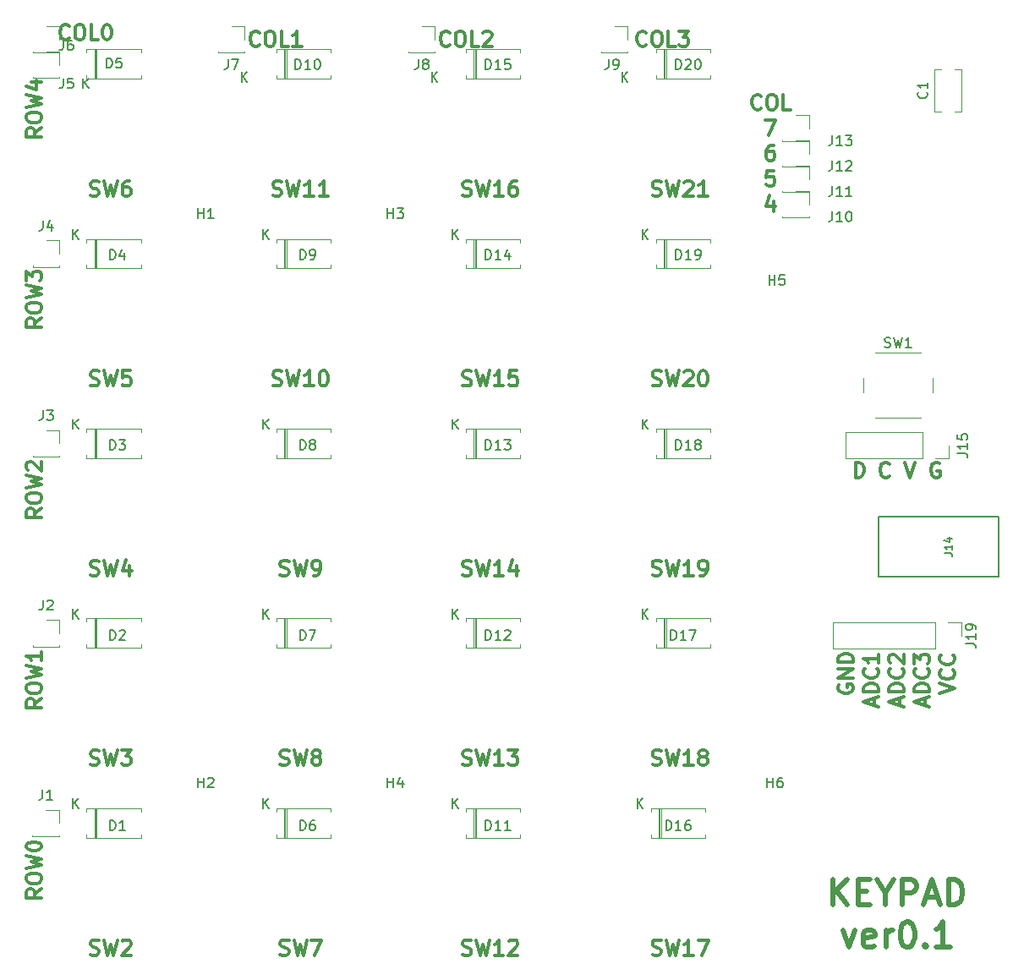
<source format=gbr>
G04 #@! TF.GenerationSoftware,KiCad,Pcbnew,5.0.2-bee76a0~70~ubuntu16.04.1*
G04 #@! TF.CreationDate,2019-02-17T20:15:13+09:00*
G04 #@! TF.ProjectId,msykbd,6d73796b-6264-42e6-9b69-6361645f7063,rev?*
G04 #@! TF.SameCoordinates,Original*
G04 #@! TF.FileFunction,Legend,Top*
G04 #@! TF.FilePolarity,Positive*
%FSLAX46Y46*%
G04 Gerber Fmt 4.6, Leading zero omitted, Abs format (unit mm)*
G04 Created by KiCad (PCBNEW 5.0.2-bee76a0~70~ubuntu16.04.1) date 2019年02月17日 20時15分13秒*
%MOMM*%
%LPD*%
G01*
G04 APERTURE LIST*
%ADD10C,0.500000*%
%ADD11C,0.300000*%
%ADD12C,0.120000*%
%ADD13C,0.150000*%
%ADD14C,0.304800*%
G04 APERTURE END LIST*
D10*
X111836428Y-119175952D02*
X111836428Y-116675952D01*
X113265000Y-119175952D02*
X112193571Y-117747380D01*
X113265000Y-116675952D02*
X111836428Y-118104523D01*
X114336428Y-117866428D02*
X115169761Y-117866428D01*
X115526904Y-119175952D02*
X114336428Y-119175952D01*
X114336428Y-116675952D01*
X115526904Y-116675952D01*
X117074523Y-117985476D02*
X117074523Y-119175952D01*
X116241190Y-116675952D02*
X117074523Y-117985476D01*
X117907857Y-116675952D01*
X118741190Y-119175952D02*
X118741190Y-116675952D01*
X119693571Y-116675952D01*
X119931666Y-116795000D01*
X120050714Y-116914047D01*
X120169761Y-117152142D01*
X120169761Y-117509285D01*
X120050714Y-117747380D01*
X119931666Y-117866428D01*
X119693571Y-117985476D01*
X118741190Y-117985476D01*
X121122142Y-118461666D02*
X122312619Y-118461666D01*
X120884047Y-119175952D02*
X121717380Y-116675952D01*
X122550714Y-119175952D01*
X123384047Y-119175952D02*
X123384047Y-116675952D01*
X123979285Y-116675952D01*
X124336428Y-116795000D01*
X124574523Y-117033095D01*
X124693571Y-117271190D01*
X124812619Y-117747380D01*
X124812619Y-118104523D01*
X124693571Y-118580714D01*
X124574523Y-118818809D01*
X124336428Y-119056904D01*
X123979285Y-119175952D01*
X123384047Y-119175952D01*
X112848333Y-121759285D02*
X113443571Y-123425952D01*
X114038809Y-121759285D01*
X115943571Y-123306904D02*
X115705476Y-123425952D01*
X115229285Y-123425952D01*
X114991190Y-123306904D01*
X114872142Y-123068809D01*
X114872142Y-122116428D01*
X114991190Y-121878333D01*
X115229285Y-121759285D01*
X115705476Y-121759285D01*
X115943571Y-121878333D01*
X116062619Y-122116428D01*
X116062619Y-122354523D01*
X114872142Y-122592619D01*
X117134047Y-123425952D02*
X117134047Y-121759285D01*
X117134047Y-122235476D02*
X117253095Y-121997380D01*
X117372142Y-121878333D01*
X117610238Y-121759285D01*
X117848333Y-121759285D01*
X119157857Y-120925952D02*
X119395952Y-120925952D01*
X119634047Y-121045000D01*
X119753095Y-121164047D01*
X119872142Y-121402142D01*
X119991190Y-121878333D01*
X119991190Y-122473571D01*
X119872142Y-122949761D01*
X119753095Y-123187857D01*
X119634047Y-123306904D01*
X119395952Y-123425952D01*
X119157857Y-123425952D01*
X118919761Y-123306904D01*
X118800714Y-123187857D01*
X118681666Y-122949761D01*
X118562619Y-122473571D01*
X118562619Y-121878333D01*
X118681666Y-121402142D01*
X118800714Y-121164047D01*
X118919761Y-121045000D01*
X119157857Y-120925952D01*
X121062619Y-123187857D02*
X121181666Y-123306904D01*
X121062619Y-123425952D01*
X120943571Y-123306904D01*
X121062619Y-123187857D01*
X121062619Y-123425952D01*
X123562619Y-123425952D02*
X122134047Y-123425952D01*
X122848333Y-123425952D02*
X122848333Y-120925952D01*
X122610238Y-121283095D01*
X122372142Y-121521190D01*
X122134047Y-121640238D01*
D11*
X104636428Y-39425714D02*
X104565000Y-39497142D01*
X104350714Y-39568571D01*
X104207857Y-39568571D01*
X103993571Y-39497142D01*
X103850714Y-39354285D01*
X103779285Y-39211428D01*
X103707857Y-38925714D01*
X103707857Y-38711428D01*
X103779285Y-38425714D01*
X103850714Y-38282857D01*
X103993571Y-38140000D01*
X104207857Y-38068571D01*
X104350714Y-38068571D01*
X104565000Y-38140000D01*
X104636428Y-38211428D01*
X105565000Y-38068571D02*
X105850714Y-38068571D01*
X105993571Y-38140000D01*
X106136428Y-38282857D01*
X106207857Y-38568571D01*
X106207857Y-39068571D01*
X106136428Y-39354285D01*
X105993571Y-39497142D01*
X105850714Y-39568571D01*
X105565000Y-39568571D01*
X105422142Y-39497142D01*
X105279285Y-39354285D01*
X105207857Y-39068571D01*
X105207857Y-38568571D01*
X105279285Y-38282857D01*
X105422142Y-38140000D01*
X105565000Y-38068571D01*
X107565000Y-39568571D02*
X106850714Y-39568571D01*
X106850714Y-38068571D01*
X32583571Y-117617857D02*
X31869285Y-118117857D01*
X32583571Y-118475000D02*
X31083571Y-118475000D01*
X31083571Y-117903571D01*
X31155000Y-117760714D01*
X31226428Y-117689285D01*
X31369285Y-117617857D01*
X31583571Y-117617857D01*
X31726428Y-117689285D01*
X31797857Y-117760714D01*
X31869285Y-117903571D01*
X31869285Y-118475000D01*
X31083571Y-116689285D02*
X31083571Y-116403571D01*
X31155000Y-116260714D01*
X31297857Y-116117857D01*
X31583571Y-116046428D01*
X32083571Y-116046428D01*
X32369285Y-116117857D01*
X32512142Y-116260714D01*
X32583571Y-116403571D01*
X32583571Y-116689285D01*
X32512142Y-116832142D01*
X32369285Y-116975000D01*
X32083571Y-117046428D01*
X31583571Y-117046428D01*
X31297857Y-116975000D01*
X31155000Y-116832142D01*
X31083571Y-116689285D01*
X31083571Y-115546428D02*
X32583571Y-115189285D01*
X31512142Y-114903571D01*
X32583571Y-114617857D01*
X31083571Y-114260714D01*
X31083571Y-113403571D02*
X31083571Y-113260714D01*
X31155000Y-113117857D01*
X31226428Y-113046428D01*
X31369285Y-112975000D01*
X31655000Y-112903571D01*
X32012142Y-112903571D01*
X32297857Y-112975000D01*
X32440714Y-113046428D01*
X32512142Y-113117857D01*
X32583571Y-113260714D01*
X32583571Y-113403571D01*
X32512142Y-113546428D01*
X32440714Y-113617857D01*
X32297857Y-113689285D01*
X32012142Y-113760714D01*
X31655000Y-113760714D01*
X31369285Y-113689285D01*
X31226428Y-113617857D01*
X31155000Y-113546428D01*
X31083571Y-113403571D01*
X32583571Y-98567857D02*
X31869285Y-99067857D01*
X32583571Y-99425000D02*
X31083571Y-99425000D01*
X31083571Y-98853571D01*
X31155000Y-98710714D01*
X31226428Y-98639285D01*
X31369285Y-98567857D01*
X31583571Y-98567857D01*
X31726428Y-98639285D01*
X31797857Y-98710714D01*
X31869285Y-98853571D01*
X31869285Y-99425000D01*
X31083571Y-97639285D02*
X31083571Y-97353571D01*
X31155000Y-97210714D01*
X31297857Y-97067857D01*
X31583571Y-96996428D01*
X32083571Y-96996428D01*
X32369285Y-97067857D01*
X32512142Y-97210714D01*
X32583571Y-97353571D01*
X32583571Y-97639285D01*
X32512142Y-97782142D01*
X32369285Y-97925000D01*
X32083571Y-97996428D01*
X31583571Y-97996428D01*
X31297857Y-97925000D01*
X31155000Y-97782142D01*
X31083571Y-97639285D01*
X31083571Y-96496428D02*
X32583571Y-96139285D01*
X31512142Y-95853571D01*
X32583571Y-95567857D01*
X31083571Y-95210714D01*
X32583571Y-93853571D02*
X32583571Y-94710714D01*
X32583571Y-94282142D02*
X31083571Y-94282142D01*
X31297857Y-94425000D01*
X31440714Y-94567857D01*
X31512142Y-94710714D01*
X32583571Y-79517857D02*
X31869285Y-80017857D01*
X32583571Y-80375000D02*
X31083571Y-80375000D01*
X31083571Y-79803571D01*
X31155000Y-79660714D01*
X31226428Y-79589285D01*
X31369285Y-79517857D01*
X31583571Y-79517857D01*
X31726428Y-79589285D01*
X31797857Y-79660714D01*
X31869285Y-79803571D01*
X31869285Y-80375000D01*
X31083571Y-78589285D02*
X31083571Y-78303571D01*
X31155000Y-78160714D01*
X31297857Y-78017857D01*
X31583571Y-77946428D01*
X32083571Y-77946428D01*
X32369285Y-78017857D01*
X32512142Y-78160714D01*
X32583571Y-78303571D01*
X32583571Y-78589285D01*
X32512142Y-78732142D01*
X32369285Y-78875000D01*
X32083571Y-78946428D01*
X31583571Y-78946428D01*
X31297857Y-78875000D01*
X31155000Y-78732142D01*
X31083571Y-78589285D01*
X31083571Y-77446428D02*
X32583571Y-77089285D01*
X31512142Y-76803571D01*
X32583571Y-76517857D01*
X31083571Y-76160714D01*
X31226428Y-75660714D02*
X31155000Y-75589285D01*
X31083571Y-75446428D01*
X31083571Y-75089285D01*
X31155000Y-74946428D01*
X31226428Y-74875000D01*
X31369285Y-74803571D01*
X31512142Y-74803571D01*
X31726428Y-74875000D01*
X32583571Y-75732142D01*
X32583571Y-74803571D01*
X32583571Y-60467857D02*
X31869285Y-60967857D01*
X32583571Y-61325000D02*
X31083571Y-61325000D01*
X31083571Y-60753571D01*
X31155000Y-60610714D01*
X31226428Y-60539285D01*
X31369285Y-60467857D01*
X31583571Y-60467857D01*
X31726428Y-60539285D01*
X31797857Y-60610714D01*
X31869285Y-60753571D01*
X31869285Y-61325000D01*
X31083571Y-59539285D02*
X31083571Y-59253571D01*
X31155000Y-59110714D01*
X31297857Y-58967857D01*
X31583571Y-58896428D01*
X32083571Y-58896428D01*
X32369285Y-58967857D01*
X32512142Y-59110714D01*
X32583571Y-59253571D01*
X32583571Y-59539285D01*
X32512142Y-59682142D01*
X32369285Y-59825000D01*
X32083571Y-59896428D01*
X31583571Y-59896428D01*
X31297857Y-59825000D01*
X31155000Y-59682142D01*
X31083571Y-59539285D01*
X31083571Y-58396428D02*
X32583571Y-58039285D01*
X31512142Y-57753571D01*
X32583571Y-57467857D01*
X31083571Y-57110714D01*
X31083571Y-56682142D02*
X31083571Y-55753571D01*
X31655000Y-56253571D01*
X31655000Y-56039285D01*
X31726428Y-55896428D01*
X31797857Y-55825000D01*
X31940714Y-55753571D01*
X32297857Y-55753571D01*
X32440714Y-55825000D01*
X32512142Y-55896428D01*
X32583571Y-56039285D01*
X32583571Y-56467857D01*
X32512142Y-56610714D01*
X32440714Y-56682142D01*
X93127142Y-33075714D02*
X93055714Y-33147142D01*
X92841428Y-33218571D01*
X92698571Y-33218571D01*
X92484285Y-33147142D01*
X92341428Y-33004285D01*
X92270000Y-32861428D01*
X92198571Y-32575714D01*
X92198571Y-32361428D01*
X92270000Y-32075714D01*
X92341428Y-31932857D01*
X92484285Y-31790000D01*
X92698571Y-31718571D01*
X92841428Y-31718571D01*
X93055714Y-31790000D01*
X93127142Y-31861428D01*
X94055714Y-31718571D02*
X94341428Y-31718571D01*
X94484285Y-31790000D01*
X94627142Y-31932857D01*
X94698571Y-32218571D01*
X94698571Y-32718571D01*
X94627142Y-33004285D01*
X94484285Y-33147142D01*
X94341428Y-33218571D01*
X94055714Y-33218571D01*
X93912857Y-33147142D01*
X93770000Y-33004285D01*
X93698571Y-32718571D01*
X93698571Y-32218571D01*
X93770000Y-31932857D01*
X93912857Y-31790000D01*
X94055714Y-31718571D01*
X96055714Y-33218571D02*
X95341428Y-33218571D01*
X95341428Y-31718571D01*
X96412857Y-31718571D02*
X97341428Y-31718571D01*
X96841428Y-32290000D01*
X97055714Y-32290000D01*
X97198571Y-32361428D01*
X97270000Y-32432857D01*
X97341428Y-32575714D01*
X97341428Y-32932857D01*
X97270000Y-33075714D01*
X97198571Y-33147142D01*
X97055714Y-33218571D01*
X96627142Y-33218571D01*
X96484285Y-33147142D01*
X96412857Y-33075714D01*
X73442142Y-33075714D02*
X73370714Y-33147142D01*
X73156428Y-33218571D01*
X73013571Y-33218571D01*
X72799285Y-33147142D01*
X72656428Y-33004285D01*
X72585000Y-32861428D01*
X72513571Y-32575714D01*
X72513571Y-32361428D01*
X72585000Y-32075714D01*
X72656428Y-31932857D01*
X72799285Y-31790000D01*
X73013571Y-31718571D01*
X73156428Y-31718571D01*
X73370714Y-31790000D01*
X73442142Y-31861428D01*
X74370714Y-31718571D02*
X74656428Y-31718571D01*
X74799285Y-31790000D01*
X74942142Y-31932857D01*
X75013571Y-32218571D01*
X75013571Y-32718571D01*
X74942142Y-33004285D01*
X74799285Y-33147142D01*
X74656428Y-33218571D01*
X74370714Y-33218571D01*
X74227857Y-33147142D01*
X74085000Y-33004285D01*
X74013571Y-32718571D01*
X74013571Y-32218571D01*
X74085000Y-31932857D01*
X74227857Y-31790000D01*
X74370714Y-31718571D01*
X76370714Y-33218571D02*
X75656428Y-33218571D01*
X75656428Y-31718571D01*
X76799285Y-31861428D02*
X76870714Y-31790000D01*
X77013571Y-31718571D01*
X77370714Y-31718571D01*
X77513571Y-31790000D01*
X77585000Y-31861428D01*
X77656428Y-32004285D01*
X77656428Y-32147142D01*
X77585000Y-32361428D01*
X76727857Y-33218571D01*
X77656428Y-33218571D01*
X54392142Y-33075714D02*
X54320714Y-33147142D01*
X54106428Y-33218571D01*
X53963571Y-33218571D01*
X53749285Y-33147142D01*
X53606428Y-33004285D01*
X53535000Y-32861428D01*
X53463571Y-32575714D01*
X53463571Y-32361428D01*
X53535000Y-32075714D01*
X53606428Y-31932857D01*
X53749285Y-31790000D01*
X53963571Y-31718571D01*
X54106428Y-31718571D01*
X54320714Y-31790000D01*
X54392142Y-31861428D01*
X55320714Y-31718571D02*
X55606428Y-31718571D01*
X55749285Y-31790000D01*
X55892142Y-31932857D01*
X55963571Y-32218571D01*
X55963571Y-32718571D01*
X55892142Y-33004285D01*
X55749285Y-33147142D01*
X55606428Y-33218571D01*
X55320714Y-33218571D01*
X55177857Y-33147142D01*
X55035000Y-33004285D01*
X54963571Y-32718571D01*
X54963571Y-32218571D01*
X55035000Y-31932857D01*
X55177857Y-31790000D01*
X55320714Y-31718571D01*
X57320714Y-33218571D02*
X56606428Y-33218571D01*
X56606428Y-31718571D01*
X58606428Y-33218571D02*
X57749285Y-33218571D01*
X58177857Y-33218571D02*
X58177857Y-31718571D01*
X58035000Y-31932857D01*
X57892142Y-32075714D01*
X57749285Y-32147142D01*
X35342142Y-32440714D02*
X35270714Y-32512142D01*
X35056428Y-32583571D01*
X34913571Y-32583571D01*
X34699285Y-32512142D01*
X34556428Y-32369285D01*
X34485000Y-32226428D01*
X34413571Y-31940714D01*
X34413571Y-31726428D01*
X34485000Y-31440714D01*
X34556428Y-31297857D01*
X34699285Y-31155000D01*
X34913571Y-31083571D01*
X35056428Y-31083571D01*
X35270714Y-31155000D01*
X35342142Y-31226428D01*
X36270714Y-31083571D02*
X36556428Y-31083571D01*
X36699285Y-31155000D01*
X36842142Y-31297857D01*
X36913571Y-31583571D01*
X36913571Y-32083571D01*
X36842142Y-32369285D01*
X36699285Y-32512142D01*
X36556428Y-32583571D01*
X36270714Y-32583571D01*
X36127857Y-32512142D01*
X35985000Y-32369285D01*
X35913571Y-32083571D01*
X35913571Y-31583571D01*
X35985000Y-31297857D01*
X36127857Y-31155000D01*
X36270714Y-31083571D01*
X38270714Y-32583571D02*
X37556428Y-32583571D01*
X37556428Y-31083571D01*
X39056428Y-31083571D02*
X39199285Y-31083571D01*
X39342142Y-31155000D01*
X39413571Y-31226428D01*
X39485000Y-31369285D01*
X39556428Y-31655000D01*
X39556428Y-32012142D01*
X39485000Y-32297857D01*
X39413571Y-32440714D01*
X39342142Y-32512142D01*
X39199285Y-32583571D01*
X39056428Y-32583571D01*
X38913571Y-32512142D01*
X38842142Y-32440714D01*
X38770714Y-32297857D01*
X38699285Y-32012142D01*
X38699285Y-31655000D01*
X38770714Y-31369285D01*
X38842142Y-31226428D01*
X38913571Y-31155000D01*
X39056428Y-31083571D01*
X32583571Y-41417857D02*
X31869285Y-41917857D01*
X32583571Y-42275000D02*
X31083571Y-42275000D01*
X31083571Y-41703571D01*
X31155000Y-41560714D01*
X31226428Y-41489285D01*
X31369285Y-41417857D01*
X31583571Y-41417857D01*
X31726428Y-41489285D01*
X31797857Y-41560714D01*
X31869285Y-41703571D01*
X31869285Y-42275000D01*
X31083571Y-40489285D02*
X31083571Y-40203571D01*
X31155000Y-40060714D01*
X31297857Y-39917857D01*
X31583571Y-39846428D01*
X32083571Y-39846428D01*
X32369285Y-39917857D01*
X32512142Y-40060714D01*
X32583571Y-40203571D01*
X32583571Y-40489285D01*
X32512142Y-40632142D01*
X32369285Y-40775000D01*
X32083571Y-40846428D01*
X31583571Y-40846428D01*
X31297857Y-40775000D01*
X31155000Y-40632142D01*
X31083571Y-40489285D01*
X31083571Y-39346428D02*
X32583571Y-38989285D01*
X31512142Y-38703571D01*
X32583571Y-38417857D01*
X31083571Y-38060714D01*
X31583571Y-36846428D02*
X32583571Y-36846428D01*
X31012142Y-37203571D02*
X32083571Y-37560714D01*
X32083571Y-36632142D01*
X105065000Y-40608571D02*
X106065000Y-40608571D01*
X105422142Y-42108571D01*
X105850714Y-43148571D02*
X105565000Y-43148571D01*
X105422142Y-43220000D01*
X105350714Y-43291428D01*
X105207857Y-43505714D01*
X105136428Y-43791428D01*
X105136428Y-44362857D01*
X105207857Y-44505714D01*
X105279285Y-44577142D01*
X105422142Y-44648571D01*
X105707857Y-44648571D01*
X105850714Y-44577142D01*
X105922142Y-44505714D01*
X105993571Y-44362857D01*
X105993571Y-44005714D01*
X105922142Y-43862857D01*
X105850714Y-43791428D01*
X105707857Y-43720000D01*
X105422142Y-43720000D01*
X105279285Y-43791428D01*
X105207857Y-43862857D01*
X105136428Y-44005714D01*
X105922142Y-45688571D02*
X105207857Y-45688571D01*
X105136428Y-46402857D01*
X105207857Y-46331428D01*
X105350714Y-46260000D01*
X105707857Y-46260000D01*
X105850714Y-46331428D01*
X105922142Y-46402857D01*
X105993571Y-46545714D01*
X105993571Y-46902857D01*
X105922142Y-47045714D01*
X105850714Y-47117142D01*
X105707857Y-47188571D01*
X105350714Y-47188571D01*
X105207857Y-47117142D01*
X105136428Y-47045714D01*
X105850714Y-48728571D02*
X105850714Y-49728571D01*
X105493571Y-48157142D02*
X105136428Y-49228571D01*
X106065000Y-49228571D01*
X117459285Y-76255714D02*
X117387857Y-76327142D01*
X117173571Y-76398571D01*
X117030714Y-76398571D01*
X116816428Y-76327142D01*
X116673571Y-76184285D01*
X116602142Y-76041428D01*
X116530714Y-75755714D01*
X116530714Y-75541428D01*
X116602142Y-75255714D01*
X116673571Y-75112857D01*
X116816428Y-74970000D01*
X117030714Y-74898571D01*
X117173571Y-74898571D01*
X117387857Y-74970000D01*
X117459285Y-75041428D01*
X114062142Y-76398571D02*
X114062142Y-74898571D01*
X114419285Y-74898571D01*
X114633571Y-74970000D01*
X114776428Y-75112857D01*
X114847857Y-75255714D01*
X114919285Y-75541428D01*
X114919285Y-75755714D01*
X114847857Y-76041428D01*
X114776428Y-76184285D01*
X114633571Y-76327142D01*
X114419285Y-76398571D01*
X114062142Y-76398571D01*
X119035000Y-74898571D02*
X119535000Y-76398571D01*
X120035000Y-74898571D01*
X122467857Y-74970000D02*
X122325000Y-74898571D01*
X122110714Y-74898571D01*
X121896428Y-74970000D01*
X121753571Y-75112857D01*
X121682142Y-75255714D01*
X121610714Y-75541428D01*
X121610714Y-75755714D01*
X121682142Y-76041428D01*
X121753571Y-76184285D01*
X121896428Y-76327142D01*
X122110714Y-76398571D01*
X122253571Y-76398571D01*
X122467857Y-76327142D01*
X122539285Y-76255714D01*
X122539285Y-75755714D01*
X122253571Y-75755714D01*
X122523571Y-98040000D02*
X124023571Y-97540000D01*
X122523571Y-97040000D01*
X123880714Y-95682857D02*
X123952142Y-95754285D01*
X124023571Y-95968571D01*
X124023571Y-96111428D01*
X123952142Y-96325714D01*
X123809285Y-96468571D01*
X123666428Y-96540000D01*
X123380714Y-96611428D01*
X123166428Y-96611428D01*
X122880714Y-96540000D01*
X122737857Y-96468571D01*
X122595000Y-96325714D01*
X122523571Y-96111428D01*
X122523571Y-95968571D01*
X122595000Y-95754285D01*
X122666428Y-95682857D01*
X123880714Y-94182857D02*
X123952142Y-94254285D01*
X124023571Y-94468571D01*
X124023571Y-94611428D01*
X123952142Y-94825714D01*
X123809285Y-94968571D01*
X123666428Y-95040000D01*
X123380714Y-95111428D01*
X123166428Y-95111428D01*
X122880714Y-95040000D01*
X122737857Y-94968571D01*
X122595000Y-94825714D01*
X122523571Y-94611428D01*
X122523571Y-94468571D01*
X122595000Y-94254285D01*
X122666428Y-94182857D01*
X121055000Y-99246428D02*
X121055000Y-98532142D01*
X121483571Y-99389285D02*
X119983571Y-98889285D01*
X121483571Y-98389285D01*
X121483571Y-97889285D02*
X119983571Y-97889285D01*
X119983571Y-97532142D01*
X120055000Y-97317857D01*
X120197857Y-97175000D01*
X120340714Y-97103571D01*
X120626428Y-97032142D01*
X120840714Y-97032142D01*
X121126428Y-97103571D01*
X121269285Y-97175000D01*
X121412142Y-97317857D01*
X121483571Y-97532142D01*
X121483571Y-97889285D01*
X121340714Y-95532142D02*
X121412142Y-95603571D01*
X121483571Y-95817857D01*
X121483571Y-95960714D01*
X121412142Y-96175000D01*
X121269285Y-96317857D01*
X121126428Y-96389285D01*
X120840714Y-96460714D01*
X120626428Y-96460714D01*
X120340714Y-96389285D01*
X120197857Y-96317857D01*
X120055000Y-96175000D01*
X119983571Y-95960714D01*
X119983571Y-95817857D01*
X120055000Y-95603571D01*
X120126428Y-95532142D01*
X119983571Y-95032142D02*
X119983571Y-94103571D01*
X120555000Y-94603571D01*
X120555000Y-94389285D01*
X120626428Y-94246428D01*
X120697857Y-94175000D01*
X120840714Y-94103571D01*
X121197857Y-94103571D01*
X121340714Y-94175000D01*
X121412142Y-94246428D01*
X121483571Y-94389285D01*
X121483571Y-94817857D01*
X121412142Y-94960714D01*
X121340714Y-95032142D01*
X118515000Y-99246428D02*
X118515000Y-98532142D01*
X118943571Y-99389285D02*
X117443571Y-98889285D01*
X118943571Y-98389285D01*
X118943571Y-97889285D02*
X117443571Y-97889285D01*
X117443571Y-97532142D01*
X117515000Y-97317857D01*
X117657857Y-97175000D01*
X117800714Y-97103571D01*
X118086428Y-97032142D01*
X118300714Y-97032142D01*
X118586428Y-97103571D01*
X118729285Y-97175000D01*
X118872142Y-97317857D01*
X118943571Y-97532142D01*
X118943571Y-97889285D01*
X118800714Y-95532142D02*
X118872142Y-95603571D01*
X118943571Y-95817857D01*
X118943571Y-95960714D01*
X118872142Y-96175000D01*
X118729285Y-96317857D01*
X118586428Y-96389285D01*
X118300714Y-96460714D01*
X118086428Y-96460714D01*
X117800714Y-96389285D01*
X117657857Y-96317857D01*
X117515000Y-96175000D01*
X117443571Y-95960714D01*
X117443571Y-95817857D01*
X117515000Y-95603571D01*
X117586428Y-95532142D01*
X117586428Y-94960714D02*
X117515000Y-94889285D01*
X117443571Y-94746428D01*
X117443571Y-94389285D01*
X117515000Y-94246428D01*
X117586428Y-94175000D01*
X117729285Y-94103571D01*
X117872142Y-94103571D01*
X118086428Y-94175000D01*
X118943571Y-95032142D01*
X118943571Y-94103571D01*
X115975000Y-99246428D02*
X115975000Y-98532142D01*
X116403571Y-99389285D02*
X114903571Y-98889285D01*
X116403571Y-98389285D01*
X116403571Y-97889285D02*
X114903571Y-97889285D01*
X114903571Y-97532142D01*
X114975000Y-97317857D01*
X115117857Y-97175000D01*
X115260714Y-97103571D01*
X115546428Y-97032142D01*
X115760714Y-97032142D01*
X116046428Y-97103571D01*
X116189285Y-97175000D01*
X116332142Y-97317857D01*
X116403571Y-97532142D01*
X116403571Y-97889285D01*
X116260714Y-95532142D02*
X116332142Y-95603571D01*
X116403571Y-95817857D01*
X116403571Y-95960714D01*
X116332142Y-96175000D01*
X116189285Y-96317857D01*
X116046428Y-96389285D01*
X115760714Y-96460714D01*
X115546428Y-96460714D01*
X115260714Y-96389285D01*
X115117857Y-96317857D01*
X114975000Y-96175000D01*
X114903571Y-95960714D01*
X114903571Y-95817857D01*
X114975000Y-95603571D01*
X115046428Y-95532142D01*
X116403571Y-94103571D02*
X116403571Y-94960714D01*
X116403571Y-94532142D02*
X114903571Y-94532142D01*
X115117857Y-94675000D01*
X115260714Y-94817857D01*
X115332142Y-94960714D01*
X112435000Y-97182857D02*
X112363571Y-97325714D01*
X112363571Y-97540000D01*
X112435000Y-97754285D01*
X112577857Y-97897142D01*
X112720714Y-97968571D01*
X113006428Y-98040000D01*
X113220714Y-98040000D01*
X113506428Y-97968571D01*
X113649285Y-97897142D01*
X113792142Y-97754285D01*
X113863571Y-97540000D01*
X113863571Y-97397142D01*
X113792142Y-97182857D01*
X113720714Y-97111428D01*
X113220714Y-97111428D01*
X113220714Y-97397142D01*
X113863571Y-96468571D02*
X112363571Y-96468571D01*
X113863571Y-95611428D01*
X112363571Y-95611428D01*
X113863571Y-94897142D02*
X112363571Y-94897142D01*
X112363571Y-94540000D01*
X112435000Y-94325714D01*
X112577857Y-94182857D01*
X112720714Y-94111428D01*
X113006428Y-94040000D01*
X113220714Y-94040000D01*
X113506428Y-94111428D01*
X113649285Y-94182857D01*
X113792142Y-94325714D01*
X113863571Y-94540000D01*
X113863571Y-94897142D01*
D12*
G04 #@! TO.C,J19*
X111855000Y-90900000D02*
X111855000Y-93560000D01*
X122075000Y-90900000D02*
X111855000Y-90900000D01*
X122075000Y-93560000D02*
X111855000Y-93560000D01*
X122075000Y-90900000D02*
X122075000Y-93560000D01*
X123345000Y-90900000D02*
X124675000Y-90900000D01*
X124675000Y-90900000D02*
X124675000Y-92230000D01*
G04 #@! TO.C,D10*
X56090000Y-33860000D02*
X56090000Y-33530000D01*
X56090000Y-33530000D02*
X61530000Y-33530000D01*
X61530000Y-33530000D02*
X61530000Y-33860000D01*
X56090000Y-36140000D02*
X56090000Y-36470000D01*
X56090000Y-36470000D02*
X61530000Y-36470000D01*
X61530000Y-36470000D02*
X61530000Y-36140000D01*
X56990000Y-33530000D02*
X56990000Y-36470000D01*
X57110000Y-33530000D02*
X57110000Y-36470000D01*
X56870000Y-33530000D02*
X56870000Y-36470000D01*
D13*
G04 #@! TO.C,J14*
X116425000Y-80340000D02*
X128425000Y-80340000D01*
X116425000Y-86340000D02*
X116425000Y-80340000D01*
X128425000Y-86340000D02*
X116425000Y-86340000D01*
X128425000Y-80340000D02*
X128425000Y-86340000D01*
D12*
G04 #@! TO.C,C1*
X124010000Y-35520000D02*
X124715000Y-35520000D01*
X121975000Y-35520000D02*
X122680000Y-35520000D01*
X124010000Y-39760000D02*
X124715000Y-39760000D01*
X121975000Y-39760000D02*
X122680000Y-39760000D01*
X124715000Y-39760000D02*
X124715000Y-35520000D01*
X121975000Y-39760000D02*
X121975000Y-35520000D01*
G04 #@! TO.C,D1*
X37870000Y-109530000D02*
X37870000Y-112470000D01*
X38110000Y-109530000D02*
X38110000Y-112470000D01*
X37990000Y-109530000D02*
X37990000Y-112470000D01*
X42530000Y-112470000D02*
X42530000Y-112140000D01*
X37090000Y-112470000D02*
X42530000Y-112470000D01*
X37090000Y-112140000D02*
X37090000Y-112470000D01*
X42530000Y-109530000D02*
X42530000Y-109860000D01*
X37090000Y-109530000D02*
X42530000Y-109530000D01*
X37090000Y-109860000D02*
X37090000Y-109530000D01*
G04 #@! TO.C,D2*
X37090000Y-90860000D02*
X37090000Y-90530000D01*
X37090000Y-90530000D02*
X42530000Y-90530000D01*
X42530000Y-90530000D02*
X42530000Y-90860000D01*
X37090000Y-93140000D02*
X37090000Y-93470000D01*
X37090000Y-93470000D02*
X42530000Y-93470000D01*
X42530000Y-93470000D02*
X42530000Y-93140000D01*
X37990000Y-90530000D02*
X37990000Y-93470000D01*
X38110000Y-90530000D02*
X38110000Y-93470000D01*
X37870000Y-90530000D02*
X37870000Y-93470000D01*
G04 #@! TO.C,D3*
X37090000Y-71860000D02*
X37090000Y-71530000D01*
X37090000Y-71530000D02*
X42530000Y-71530000D01*
X42530000Y-71530000D02*
X42530000Y-71860000D01*
X37090000Y-74140000D02*
X37090000Y-74470000D01*
X37090000Y-74470000D02*
X42530000Y-74470000D01*
X42530000Y-74470000D02*
X42530000Y-74140000D01*
X37990000Y-71530000D02*
X37990000Y-74470000D01*
X38110000Y-71530000D02*
X38110000Y-74470000D01*
X37870000Y-71530000D02*
X37870000Y-74470000D01*
G04 #@! TO.C,D4*
X37090000Y-52860000D02*
X37090000Y-52530000D01*
X37090000Y-52530000D02*
X42530000Y-52530000D01*
X42530000Y-52530000D02*
X42530000Y-52860000D01*
X37090000Y-55140000D02*
X37090000Y-55470000D01*
X37090000Y-55470000D02*
X42530000Y-55470000D01*
X42530000Y-55470000D02*
X42530000Y-55140000D01*
X37990000Y-52530000D02*
X37990000Y-55470000D01*
X38110000Y-52530000D02*
X38110000Y-55470000D01*
X37870000Y-52530000D02*
X37870000Y-55470000D01*
G04 #@! TO.C,D5*
X37090000Y-33860000D02*
X37090000Y-33530000D01*
X37090000Y-33530000D02*
X42530000Y-33530000D01*
X42530000Y-33530000D02*
X42530000Y-33860000D01*
X37090000Y-36140000D02*
X37090000Y-36470000D01*
X37090000Y-36470000D02*
X42530000Y-36470000D01*
X42530000Y-36470000D02*
X42530000Y-36140000D01*
X37990000Y-33530000D02*
X37990000Y-36470000D01*
X38110000Y-33530000D02*
X38110000Y-36470000D01*
X37870000Y-33530000D02*
X37870000Y-36470000D01*
G04 #@! TO.C,D6*
X56090000Y-109860000D02*
X56090000Y-109530000D01*
X56090000Y-109530000D02*
X61530000Y-109530000D01*
X61530000Y-109530000D02*
X61530000Y-109860000D01*
X56090000Y-112140000D02*
X56090000Y-112470000D01*
X56090000Y-112470000D02*
X61530000Y-112470000D01*
X61530000Y-112470000D02*
X61530000Y-112140000D01*
X56990000Y-109530000D02*
X56990000Y-112470000D01*
X57110000Y-109530000D02*
X57110000Y-112470000D01*
X56870000Y-109530000D02*
X56870000Y-112470000D01*
G04 #@! TO.C,D7*
X56870000Y-90530000D02*
X56870000Y-93470000D01*
X57110000Y-90530000D02*
X57110000Y-93470000D01*
X56990000Y-90530000D02*
X56990000Y-93470000D01*
X61530000Y-93470000D02*
X61530000Y-93140000D01*
X56090000Y-93470000D02*
X61530000Y-93470000D01*
X56090000Y-93140000D02*
X56090000Y-93470000D01*
X61530000Y-90530000D02*
X61530000Y-90860000D01*
X56090000Y-90530000D02*
X61530000Y-90530000D01*
X56090000Y-90860000D02*
X56090000Y-90530000D01*
G04 #@! TO.C,D8*
X56870000Y-71530000D02*
X56870000Y-74470000D01*
X57110000Y-71530000D02*
X57110000Y-74470000D01*
X56990000Y-71530000D02*
X56990000Y-74470000D01*
X61530000Y-74470000D02*
X61530000Y-74140000D01*
X56090000Y-74470000D02*
X61530000Y-74470000D01*
X56090000Y-74140000D02*
X56090000Y-74470000D01*
X61530000Y-71530000D02*
X61530000Y-71860000D01*
X56090000Y-71530000D02*
X61530000Y-71530000D01*
X56090000Y-71860000D02*
X56090000Y-71530000D01*
G04 #@! TO.C,D9*
X56090000Y-52860000D02*
X56090000Y-52530000D01*
X56090000Y-52530000D02*
X61530000Y-52530000D01*
X61530000Y-52530000D02*
X61530000Y-52860000D01*
X56090000Y-55140000D02*
X56090000Y-55470000D01*
X56090000Y-55470000D02*
X61530000Y-55470000D01*
X61530000Y-55470000D02*
X61530000Y-55140000D01*
X56990000Y-52530000D02*
X56990000Y-55470000D01*
X57110000Y-52530000D02*
X57110000Y-55470000D01*
X56870000Y-52530000D02*
X56870000Y-55470000D01*
G04 #@! TO.C,D11*
X75870000Y-109530000D02*
X75870000Y-112470000D01*
X76110000Y-109530000D02*
X76110000Y-112470000D01*
X75990000Y-109530000D02*
X75990000Y-112470000D01*
X80530000Y-112470000D02*
X80530000Y-112140000D01*
X75090000Y-112470000D02*
X80530000Y-112470000D01*
X75090000Y-112140000D02*
X75090000Y-112470000D01*
X80530000Y-109530000D02*
X80530000Y-109860000D01*
X75090000Y-109530000D02*
X80530000Y-109530000D01*
X75090000Y-109860000D02*
X75090000Y-109530000D01*
G04 #@! TO.C,D12*
X75090000Y-90860000D02*
X75090000Y-90530000D01*
X75090000Y-90530000D02*
X80530000Y-90530000D01*
X80530000Y-90530000D02*
X80530000Y-90860000D01*
X75090000Y-93140000D02*
X75090000Y-93470000D01*
X75090000Y-93470000D02*
X80530000Y-93470000D01*
X80530000Y-93470000D02*
X80530000Y-93140000D01*
X75990000Y-90530000D02*
X75990000Y-93470000D01*
X76110000Y-90530000D02*
X76110000Y-93470000D01*
X75870000Y-90530000D02*
X75870000Y-93470000D01*
G04 #@! TO.C,D13*
X75090000Y-71860000D02*
X75090000Y-71530000D01*
X75090000Y-71530000D02*
X80530000Y-71530000D01*
X80530000Y-71530000D02*
X80530000Y-71860000D01*
X75090000Y-74140000D02*
X75090000Y-74470000D01*
X75090000Y-74470000D02*
X80530000Y-74470000D01*
X80530000Y-74470000D02*
X80530000Y-74140000D01*
X75990000Y-71530000D02*
X75990000Y-74470000D01*
X76110000Y-71530000D02*
X76110000Y-74470000D01*
X75870000Y-71530000D02*
X75870000Y-74470000D01*
G04 #@! TO.C,D14*
X75870000Y-52530000D02*
X75870000Y-55470000D01*
X76110000Y-52530000D02*
X76110000Y-55470000D01*
X75990000Y-52530000D02*
X75990000Y-55470000D01*
X80530000Y-55470000D02*
X80530000Y-55140000D01*
X75090000Y-55470000D02*
X80530000Y-55470000D01*
X75090000Y-55140000D02*
X75090000Y-55470000D01*
X80530000Y-52530000D02*
X80530000Y-52860000D01*
X75090000Y-52530000D02*
X80530000Y-52530000D01*
X75090000Y-52860000D02*
X75090000Y-52530000D01*
G04 #@! TO.C,D15*
X75870000Y-33530000D02*
X75870000Y-36470000D01*
X76110000Y-33530000D02*
X76110000Y-36470000D01*
X75990000Y-33530000D02*
X75990000Y-36470000D01*
X80530000Y-36470000D02*
X80530000Y-36140000D01*
X75090000Y-36470000D02*
X80530000Y-36470000D01*
X75090000Y-36140000D02*
X75090000Y-36470000D01*
X80530000Y-33530000D02*
X80530000Y-33860000D01*
X75090000Y-33530000D02*
X80530000Y-33530000D01*
X75090000Y-33860000D02*
X75090000Y-33530000D01*
G04 #@! TO.C,D16*
X94370000Y-109530000D02*
X94370000Y-112470000D01*
X94610000Y-109530000D02*
X94610000Y-112470000D01*
X94490000Y-109530000D02*
X94490000Y-112470000D01*
X99030000Y-112470000D02*
X99030000Y-112140000D01*
X93590000Y-112470000D02*
X99030000Y-112470000D01*
X93590000Y-112140000D02*
X93590000Y-112470000D01*
X99030000Y-109530000D02*
X99030000Y-109860000D01*
X93590000Y-109530000D02*
X99030000Y-109530000D01*
X93590000Y-109860000D02*
X93590000Y-109530000D01*
G04 #@! TO.C,D17*
X94870000Y-90530000D02*
X94870000Y-93470000D01*
X95110000Y-90530000D02*
X95110000Y-93470000D01*
X94990000Y-90530000D02*
X94990000Y-93470000D01*
X99530000Y-93470000D02*
X99530000Y-93140000D01*
X94090000Y-93470000D02*
X99530000Y-93470000D01*
X94090000Y-93140000D02*
X94090000Y-93470000D01*
X99530000Y-90530000D02*
X99530000Y-90860000D01*
X94090000Y-90530000D02*
X99530000Y-90530000D01*
X94090000Y-90860000D02*
X94090000Y-90530000D01*
G04 #@! TO.C,D18*
X94870000Y-71530000D02*
X94870000Y-74470000D01*
X95110000Y-71530000D02*
X95110000Y-74470000D01*
X94990000Y-71530000D02*
X94990000Y-74470000D01*
X99530000Y-74470000D02*
X99530000Y-74140000D01*
X94090000Y-74470000D02*
X99530000Y-74470000D01*
X94090000Y-74140000D02*
X94090000Y-74470000D01*
X99530000Y-71530000D02*
X99530000Y-71860000D01*
X94090000Y-71530000D02*
X99530000Y-71530000D01*
X94090000Y-71860000D02*
X94090000Y-71530000D01*
G04 #@! TO.C,D19*
X94090000Y-52860000D02*
X94090000Y-52530000D01*
X94090000Y-52530000D02*
X99530000Y-52530000D01*
X99530000Y-52530000D02*
X99530000Y-52860000D01*
X94090000Y-55140000D02*
X94090000Y-55470000D01*
X94090000Y-55470000D02*
X99530000Y-55470000D01*
X99530000Y-55470000D02*
X99530000Y-55140000D01*
X94990000Y-52530000D02*
X94990000Y-55470000D01*
X95110000Y-52530000D02*
X95110000Y-55470000D01*
X94870000Y-52530000D02*
X94870000Y-55470000D01*
G04 #@! TO.C,D20*
X94870000Y-33530000D02*
X94870000Y-36470000D01*
X95110000Y-33530000D02*
X95110000Y-36470000D01*
X94990000Y-33530000D02*
X94990000Y-36470000D01*
X99530000Y-36470000D02*
X99530000Y-36140000D01*
X94090000Y-36470000D02*
X99530000Y-36470000D01*
X94090000Y-36140000D02*
X94090000Y-36470000D01*
X99530000Y-33530000D02*
X99530000Y-33860000D01*
X94090000Y-33530000D02*
X99530000Y-33530000D01*
X94090000Y-33860000D02*
X94090000Y-33530000D01*
G04 #@! TO.C,J1*
X33000000Y-109670000D02*
X34330000Y-109670000D01*
X34330000Y-109670000D02*
X34330000Y-111000000D01*
X34330000Y-112210000D02*
X34330000Y-112330000D01*
X31670000Y-112210000D02*
X31670000Y-112330000D01*
X31670000Y-112330000D02*
X34330000Y-112330000D01*
G04 #@! TO.C,J2*
X31718000Y-93330000D02*
X34378000Y-93330000D01*
X31718000Y-93210000D02*
X31718000Y-93330000D01*
X34378000Y-93210000D02*
X34378000Y-93330000D01*
X34378000Y-90670000D02*
X34378000Y-92000000D01*
X33048000Y-90670000D02*
X34378000Y-90670000D01*
G04 #@! TO.C,J3*
X33048000Y-71670000D02*
X34378000Y-71670000D01*
X34378000Y-71670000D02*
X34378000Y-73000000D01*
X34378000Y-74210000D02*
X34378000Y-74330000D01*
X31718000Y-74210000D02*
X31718000Y-74330000D01*
X31718000Y-74330000D02*
X34378000Y-74330000D01*
G04 #@! TO.C,J4*
X31718000Y-55330000D02*
X34378000Y-55330000D01*
X31718000Y-55210000D02*
X31718000Y-55330000D01*
X34378000Y-55210000D02*
X34378000Y-55330000D01*
X34378000Y-52670000D02*
X34378000Y-54000000D01*
X33048000Y-52670000D02*
X34378000Y-52670000D01*
G04 #@! TO.C,J5*
X31718000Y-36410000D02*
X34378000Y-36410000D01*
X31718000Y-36290000D02*
X31718000Y-36410000D01*
X34378000Y-36290000D02*
X34378000Y-36410000D01*
X34378000Y-33750000D02*
X34378000Y-35080000D01*
X33048000Y-33750000D02*
X34378000Y-33750000D01*
G04 #@! TO.C,J6*
X31718000Y-33870000D02*
X34378000Y-33870000D01*
X31718000Y-33750000D02*
X31718000Y-33870000D01*
X34378000Y-33750000D02*
X34378000Y-33870000D01*
X34378000Y-31210000D02*
X34378000Y-32540000D01*
X33048000Y-31210000D02*
X34378000Y-31210000D01*
G04 #@! TO.C,J7*
X51590000Y-31210000D02*
X52920000Y-31210000D01*
X52920000Y-31210000D02*
X52920000Y-32540000D01*
X52920000Y-33750000D02*
X52920000Y-33870000D01*
X50260000Y-33750000D02*
X50260000Y-33870000D01*
X50260000Y-33870000D02*
X52920000Y-33870000D01*
G04 #@! TO.C,J8*
X69310000Y-33870000D02*
X71970000Y-33870000D01*
X69310000Y-33750000D02*
X69310000Y-33870000D01*
X71970000Y-33750000D02*
X71970000Y-33870000D01*
X71970000Y-31210000D02*
X71970000Y-32540000D01*
X70640000Y-31210000D02*
X71970000Y-31210000D01*
G04 #@! TO.C,J9*
X89944000Y-31210000D02*
X91274000Y-31210000D01*
X91274000Y-31210000D02*
X91274000Y-32540000D01*
X91274000Y-33750000D02*
X91274000Y-33870000D01*
X88614000Y-33750000D02*
X88614000Y-33870000D01*
X88614000Y-33870000D02*
X91274000Y-33870000D01*
G04 #@! TO.C,J10*
X106775000Y-50380000D02*
X109435000Y-50380000D01*
X106775000Y-50260000D02*
X106775000Y-50380000D01*
X109435000Y-50260000D02*
X109435000Y-50380000D01*
X109435000Y-47720000D02*
X109435000Y-49050000D01*
X108105000Y-47720000D02*
X109435000Y-47720000D01*
G04 #@! TO.C,J11*
X108105000Y-45180000D02*
X109435000Y-45180000D01*
X109435000Y-45180000D02*
X109435000Y-46510000D01*
X109435000Y-47720000D02*
X109435000Y-47840000D01*
X106775000Y-47720000D02*
X106775000Y-47840000D01*
X106775000Y-47840000D02*
X109435000Y-47840000D01*
G04 #@! TO.C,J12*
X106775000Y-45300000D02*
X109435000Y-45300000D01*
X106775000Y-45180000D02*
X106775000Y-45300000D01*
X109435000Y-45180000D02*
X109435000Y-45300000D01*
X109435000Y-42640000D02*
X109435000Y-43970000D01*
X108105000Y-42640000D02*
X109435000Y-42640000D01*
G04 #@! TO.C,J13*
X108105000Y-40100000D02*
X109435000Y-40100000D01*
X109435000Y-40100000D02*
X109435000Y-41430000D01*
X109435000Y-42640000D02*
X109435000Y-42760000D01*
X106775000Y-42640000D02*
X106775000Y-42760000D01*
X106775000Y-42760000D02*
X109435000Y-42760000D01*
G04 #@! TO.C,J15*
X120805000Y-71850000D02*
X120805000Y-74510000D01*
X120805000Y-71850000D02*
X113125000Y-71850000D01*
X113125000Y-71850000D02*
X113125000Y-74510000D01*
X120805000Y-74510000D02*
X113125000Y-74510000D01*
X123405000Y-74510000D02*
X122075000Y-74510000D01*
X123405000Y-73180000D02*
X123405000Y-74510000D01*
G04 #@! TO.C,SW1*
X116090000Y-70425000D02*
X120590000Y-70425000D01*
X114840000Y-66425000D02*
X114840000Y-67925000D01*
X120590000Y-63925000D02*
X116090000Y-63925000D01*
X121840000Y-67925000D02*
X121840000Y-66425000D01*
G04 #@! TO.C,J19*
D13*
X125127380Y-93039523D02*
X125841666Y-93039523D01*
X125984523Y-93087142D01*
X126079761Y-93182380D01*
X126127380Y-93325238D01*
X126127380Y-93420476D01*
X126127380Y-92039523D02*
X126127380Y-92610952D01*
X126127380Y-92325238D02*
X125127380Y-92325238D01*
X125270238Y-92420476D01*
X125365476Y-92515714D01*
X125413095Y-92610952D01*
X126127380Y-91563333D02*
X126127380Y-91372857D01*
X126079761Y-91277619D01*
X126032142Y-91230000D01*
X125889285Y-91134761D01*
X125698809Y-91087142D01*
X125317857Y-91087142D01*
X125222619Y-91134761D01*
X125175000Y-91182380D01*
X125127380Y-91277619D01*
X125127380Y-91468095D01*
X125175000Y-91563333D01*
X125222619Y-91610952D01*
X125317857Y-91658571D01*
X125555952Y-91658571D01*
X125651190Y-91610952D01*
X125698809Y-91563333D01*
X125746428Y-91468095D01*
X125746428Y-91277619D01*
X125698809Y-91182380D01*
X125651190Y-91134761D01*
X125555952Y-91087142D01*
G04 #@! TO.C,D10*
X57995714Y-35532380D02*
X57995714Y-34532380D01*
X58233809Y-34532380D01*
X58376666Y-34580000D01*
X58471904Y-34675238D01*
X58519523Y-34770476D01*
X58567142Y-34960952D01*
X58567142Y-35103809D01*
X58519523Y-35294285D01*
X58471904Y-35389523D01*
X58376666Y-35484761D01*
X58233809Y-35532380D01*
X57995714Y-35532380D01*
X59519523Y-35532380D02*
X58948095Y-35532380D01*
X59233809Y-35532380D02*
X59233809Y-34532380D01*
X59138571Y-34675238D01*
X59043333Y-34770476D01*
X58948095Y-34818095D01*
X60138571Y-34532380D02*
X60233809Y-34532380D01*
X60329047Y-34580000D01*
X60376666Y-34627619D01*
X60424285Y-34722857D01*
X60471904Y-34913333D01*
X60471904Y-35151428D01*
X60424285Y-35341904D01*
X60376666Y-35437142D01*
X60329047Y-35484761D01*
X60233809Y-35532380D01*
X60138571Y-35532380D01*
X60043333Y-35484761D01*
X59995714Y-35437142D01*
X59948095Y-35341904D01*
X59900476Y-35151428D01*
X59900476Y-34913333D01*
X59948095Y-34722857D01*
X59995714Y-34627619D01*
X60043333Y-34580000D01*
X60138571Y-34532380D01*
X52598095Y-36802380D02*
X52598095Y-35802380D01*
X53169523Y-36802380D02*
X52740952Y-36230952D01*
X53169523Y-35802380D02*
X52598095Y-36373809D01*
G04 #@! TO.C,J14*
X122986904Y-83987619D02*
X123558333Y-83987619D01*
X123672619Y-84025714D01*
X123748809Y-84101904D01*
X123786904Y-84216190D01*
X123786904Y-84292380D01*
X123786904Y-83187619D02*
X123786904Y-83644761D01*
X123786904Y-83416190D02*
X122986904Y-83416190D01*
X123101190Y-83492380D01*
X123177380Y-83568571D01*
X123215476Y-83644761D01*
X123253571Y-82501904D02*
X123786904Y-82501904D01*
X122948809Y-82692380D02*
X123520238Y-82882857D01*
X123520238Y-82387619D01*
G04 #@! TO.C,SW15*
D14*
X74742285Y-67164857D02*
X74960000Y-67237428D01*
X75322857Y-67237428D01*
X75468000Y-67164857D01*
X75540571Y-67092285D01*
X75613142Y-66947142D01*
X75613142Y-66802000D01*
X75540571Y-66656857D01*
X75468000Y-66584285D01*
X75322857Y-66511714D01*
X75032571Y-66439142D01*
X74887428Y-66366571D01*
X74814857Y-66294000D01*
X74742285Y-66148857D01*
X74742285Y-66003714D01*
X74814857Y-65858571D01*
X74887428Y-65786000D01*
X75032571Y-65713428D01*
X75395428Y-65713428D01*
X75613142Y-65786000D01*
X76121142Y-65713428D02*
X76484000Y-67237428D01*
X76774285Y-66148857D01*
X77064571Y-67237428D01*
X77427428Y-65713428D01*
X78806285Y-67237428D02*
X77935428Y-67237428D01*
X78370857Y-67237428D02*
X78370857Y-65713428D01*
X78225714Y-65931142D01*
X78080571Y-66076285D01*
X77935428Y-66148857D01*
X80185142Y-65713428D02*
X79459428Y-65713428D01*
X79386857Y-66439142D01*
X79459428Y-66366571D01*
X79604571Y-66294000D01*
X79967428Y-66294000D01*
X80112571Y-66366571D01*
X80185142Y-66439142D01*
X80257714Y-66584285D01*
X80257714Y-66947142D01*
X80185142Y-67092285D01*
X80112571Y-67164857D01*
X79967428Y-67237428D01*
X79604571Y-67237428D01*
X79459428Y-67164857D01*
X79386857Y-67092285D01*
G04 #@! TO.C,SW3*
X37468000Y-105164857D02*
X37685714Y-105237428D01*
X38048571Y-105237428D01*
X38193714Y-105164857D01*
X38266285Y-105092285D01*
X38338857Y-104947142D01*
X38338857Y-104802000D01*
X38266285Y-104656857D01*
X38193714Y-104584285D01*
X38048571Y-104511714D01*
X37758285Y-104439142D01*
X37613142Y-104366571D01*
X37540571Y-104294000D01*
X37468000Y-104148857D01*
X37468000Y-104003714D01*
X37540571Y-103858571D01*
X37613142Y-103786000D01*
X37758285Y-103713428D01*
X38121142Y-103713428D01*
X38338857Y-103786000D01*
X38846857Y-103713428D02*
X39209714Y-105237428D01*
X39500000Y-104148857D01*
X39790285Y-105237428D01*
X40153142Y-103713428D01*
X40588571Y-103713428D02*
X41532000Y-103713428D01*
X41024000Y-104294000D01*
X41241714Y-104294000D01*
X41386857Y-104366571D01*
X41459428Y-104439142D01*
X41532000Y-104584285D01*
X41532000Y-104947142D01*
X41459428Y-105092285D01*
X41386857Y-105164857D01*
X41241714Y-105237428D01*
X40806285Y-105237428D01*
X40661142Y-105164857D01*
X40588571Y-105092285D01*
G04 #@! TO.C,SW19*
X93742285Y-86164857D02*
X93960000Y-86237428D01*
X94322857Y-86237428D01*
X94468000Y-86164857D01*
X94540571Y-86092285D01*
X94613142Y-85947142D01*
X94613142Y-85802000D01*
X94540571Y-85656857D01*
X94468000Y-85584285D01*
X94322857Y-85511714D01*
X94032571Y-85439142D01*
X93887428Y-85366571D01*
X93814857Y-85294000D01*
X93742285Y-85148857D01*
X93742285Y-85003714D01*
X93814857Y-84858571D01*
X93887428Y-84786000D01*
X94032571Y-84713428D01*
X94395428Y-84713428D01*
X94613142Y-84786000D01*
X95121142Y-84713428D02*
X95484000Y-86237428D01*
X95774285Y-85148857D01*
X96064571Y-86237428D01*
X96427428Y-84713428D01*
X97806285Y-86237428D02*
X96935428Y-86237428D01*
X97370857Y-86237428D02*
X97370857Y-84713428D01*
X97225714Y-84931142D01*
X97080571Y-85076285D01*
X96935428Y-85148857D01*
X98532000Y-86237428D02*
X98822285Y-86237428D01*
X98967428Y-86164857D01*
X99040000Y-86092285D01*
X99185142Y-85874571D01*
X99257714Y-85584285D01*
X99257714Y-85003714D01*
X99185142Y-84858571D01*
X99112571Y-84786000D01*
X98967428Y-84713428D01*
X98677142Y-84713428D01*
X98532000Y-84786000D01*
X98459428Y-84858571D01*
X98386857Y-85003714D01*
X98386857Y-85366571D01*
X98459428Y-85511714D01*
X98532000Y-85584285D01*
X98677142Y-85656857D01*
X98967428Y-85656857D01*
X99112571Y-85584285D01*
X99185142Y-85511714D01*
X99257714Y-85366571D01*
G04 #@! TO.C,SW2*
X37468000Y-124164857D02*
X37685714Y-124237428D01*
X38048571Y-124237428D01*
X38193714Y-124164857D01*
X38266285Y-124092285D01*
X38338857Y-123947142D01*
X38338857Y-123802000D01*
X38266285Y-123656857D01*
X38193714Y-123584285D01*
X38048571Y-123511714D01*
X37758285Y-123439142D01*
X37613142Y-123366571D01*
X37540571Y-123294000D01*
X37468000Y-123148857D01*
X37468000Y-123003714D01*
X37540571Y-122858571D01*
X37613142Y-122786000D01*
X37758285Y-122713428D01*
X38121142Y-122713428D01*
X38338857Y-122786000D01*
X38846857Y-122713428D02*
X39209714Y-124237428D01*
X39500000Y-123148857D01*
X39790285Y-124237428D01*
X40153142Y-122713428D01*
X40661142Y-122858571D02*
X40733714Y-122786000D01*
X40878857Y-122713428D01*
X41241714Y-122713428D01*
X41386857Y-122786000D01*
X41459428Y-122858571D01*
X41532000Y-123003714D01*
X41532000Y-123148857D01*
X41459428Y-123366571D01*
X40588571Y-124237428D01*
X41532000Y-124237428D01*
G04 #@! TO.C,SW4*
X37468000Y-86164857D02*
X37685714Y-86237428D01*
X38048571Y-86237428D01*
X38193714Y-86164857D01*
X38266285Y-86092285D01*
X38338857Y-85947142D01*
X38338857Y-85802000D01*
X38266285Y-85656857D01*
X38193714Y-85584285D01*
X38048571Y-85511714D01*
X37758285Y-85439142D01*
X37613142Y-85366571D01*
X37540571Y-85294000D01*
X37468000Y-85148857D01*
X37468000Y-85003714D01*
X37540571Y-84858571D01*
X37613142Y-84786000D01*
X37758285Y-84713428D01*
X38121142Y-84713428D01*
X38338857Y-84786000D01*
X38846857Y-84713428D02*
X39209714Y-86237428D01*
X39500000Y-85148857D01*
X39790285Y-86237428D01*
X40153142Y-84713428D01*
X41386857Y-85221428D02*
X41386857Y-86237428D01*
X41024000Y-84640857D02*
X40661142Y-85729428D01*
X41604571Y-85729428D01*
G04 #@! TO.C,SW5*
X37468000Y-67164857D02*
X37685714Y-67237428D01*
X38048571Y-67237428D01*
X38193714Y-67164857D01*
X38266285Y-67092285D01*
X38338857Y-66947142D01*
X38338857Y-66802000D01*
X38266285Y-66656857D01*
X38193714Y-66584285D01*
X38048571Y-66511714D01*
X37758285Y-66439142D01*
X37613142Y-66366571D01*
X37540571Y-66294000D01*
X37468000Y-66148857D01*
X37468000Y-66003714D01*
X37540571Y-65858571D01*
X37613142Y-65786000D01*
X37758285Y-65713428D01*
X38121142Y-65713428D01*
X38338857Y-65786000D01*
X38846857Y-65713428D02*
X39209714Y-67237428D01*
X39500000Y-66148857D01*
X39790285Y-67237428D01*
X40153142Y-65713428D01*
X41459428Y-65713428D02*
X40733714Y-65713428D01*
X40661142Y-66439142D01*
X40733714Y-66366571D01*
X40878857Y-66294000D01*
X41241714Y-66294000D01*
X41386857Y-66366571D01*
X41459428Y-66439142D01*
X41532000Y-66584285D01*
X41532000Y-66947142D01*
X41459428Y-67092285D01*
X41386857Y-67164857D01*
X41241714Y-67237428D01*
X40878857Y-67237428D01*
X40733714Y-67164857D01*
X40661142Y-67092285D01*
G04 #@! TO.C,SW6*
X37468000Y-48164857D02*
X37685714Y-48237428D01*
X38048571Y-48237428D01*
X38193714Y-48164857D01*
X38266285Y-48092285D01*
X38338857Y-47947142D01*
X38338857Y-47802000D01*
X38266285Y-47656857D01*
X38193714Y-47584285D01*
X38048571Y-47511714D01*
X37758285Y-47439142D01*
X37613142Y-47366571D01*
X37540571Y-47294000D01*
X37468000Y-47148857D01*
X37468000Y-47003714D01*
X37540571Y-46858571D01*
X37613142Y-46786000D01*
X37758285Y-46713428D01*
X38121142Y-46713428D01*
X38338857Y-46786000D01*
X38846857Y-46713428D02*
X39209714Y-48237428D01*
X39500000Y-47148857D01*
X39790285Y-48237428D01*
X40153142Y-46713428D01*
X41386857Y-46713428D02*
X41096571Y-46713428D01*
X40951428Y-46786000D01*
X40878857Y-46858571D01*
X40733714Y-47076285D01*
X40661142Y-47366571D01*
X40661142Y-47947142D01*
X40733714Y-48092285D01*
X40806285Y-48164857D01*
X40951428Y-48237428D01*
X41241714Y-48237428D01*
X41386857Y-48164857D01*
X41459428Y-48092285D01*
X41532000Y-47947142D01*
X41532000Y-47584285D01*
X41459428Y-47439142D01*
X41386857Y-47366571D01*
X41241714Y-47294000D01*
X40951428Y-47294000D01*
X40806285Y-47366571D01*
X40733714Y-47439142D01*
X40661142Y-47584285D01*
G04 #@! TO.C,SW7*
X56468000Y-124164857D02*
X56685714Y-124237428D01*
X57048571Y-124237428D01*
X57193714Y-124164857D01*
X57266285Y-124092285D01*
X57338857Y-123947142D01*
X57338857Y-123802000D01*
X57266285Y-123656857D01*
X57193714Y-123584285D01*
X57048571Y-123511714D01*
X56758285Y-123439142D01*
X56613142Y-123366571D01*
X56540571Y-123294000D01*
X56468000Y-123148857D01*
X56468000Y-123003714D01*
X56540571Y-122858571D01*
X56613142Y-122786000D01*
X56758285Y-122713428D01*
X57121142Y-122713428D01*
X57338857Y-122786000D01*
X57846857Y-122713428D02*
X58209714Y-124237428D01*
X58500000Y-123148857D01*
X58790285Y-124237428D01*
X59153142Y-122713428D01*
X59588571Y-122713428D02*
X60604571Y-122713428D01*
X59951428Y-124237428D01*
G04 #@! TO.C,SW8*
X56468000Y-105164857D02*
X56685714Y-105237428D01*
X57048571Y-105237428D01*
X57193714Y-105164857D01*
X57266285Y-105092285D01*
X57338857Y-104947142D01*
X57338857Y-104802000D01*
X57266285Y-104656857D01*
X57193714Y-104584285D01*
X57048571Y-104511714D01*
X56758285Y-104439142D01*
X56613142Y-104366571D01*
X56540571Y-104294000D01*
X56468000Y-104148857D01*
X56468000Y-104003714D01*
X56540571Y-103858571D01*
X56613142Y-103786000D01*
X56758285Y-103713428D01*
X57121142Y-103713428D01*
X57338857Y-103786000D01*
X57846857Y-103713428D02*
X58209714Y-105237428D01*
X58500000Y-104148857D01*
X58790285Y-105237428D01*
X59153142Y-103713428D01*
X59951428Y-104366571D02*
X59806285Y-104294000D01*
X59733714Y-104221428D01*
X59661142Y-104076285D01*
X59661142Y-104003714D01*
X59733714Y-103858571D01*
X59806285Y-103786000D01*
X59951428Y-103713428D01*
X60241714Y-103713428D01*
X60386857Y-103786000D01*
X60459428Y-103858571D01*
X60532000Y-104003714D01*
X60532000Y-104076285D01*
X60459428Y-104221428D01*
X60386857Y-104294000D01*
X60241714Y-104366571D01*
X59951428Y-104366571D01*
X59806285Y-104439142D01*
X59733714Y-104511714D01*
X59661142Y-104656857D01*
X59661142Y-104947142D01*
X59733714Y-105092285D01*
X59806285Y-105164857D01*
X59951428Y-105237428D01*
X60241714Y-105237428D01*
X60386857Y-105164857D01*
X60459428Y-105092285D01*
X60532000Y-104947142D01*
X60532000Y-104656857D01*
X60459428Y-104511714D01*
X60386857Y-104439142D01*
X60241714Y-104366571D01*
G04 #@! TO.C,SW9*
X56468000Y-86164857D02*
X56685714Y-86237428D01*
X57048571Y-86237428D01*
X57193714Y-86164857D01*
X57266285Y-86092285D01*
X57338857Y-85947142D01*
X57338857Y-85802000D01*
X57266285Y-85656857D01*
X57193714Y-85584285D01*
X57048571Y-85511714D01*
X56758285Y-85439142D01*
X56613142Y-85366571D01*
X56540571Y-85294000D01*
X56468000Y-85148857D01*
X56468000Y-85003714D01*
X56540571Y-84858571D01*
X56613142Y-84786000D01*
X56758285Y-84713428D01*
X57121142Y-84713428D01*
X57338857Y-84786000D01*
X57846857Y-84713428D02*
X58209714Y-86237428D01*
X58500000Y-85148857D01*
X58790285Y-86237428D01*
X59153142Y-84713428D01*
X59806285Y-86237428D02*
X60096571Y-86237428D01*
X60241714Y-86164857D01*
X60314285Y-86092285D01*
X60459428Y-85874571D01*
X60532000Y-85584285D01*
X60532000Y-85003714D01*
X60459428Y-84858571D01*
X60386857Y-84786000D01*
X60241714Y-84713428D01*
X59951428Y-84713428D01*
X59806285Y-84786000D01*
X59733714Y-84858571D01*
X59661142Y-85003714D01*
X59661142Y-85366571D01*
X59733714Y-85511714D01*
X59806285Y-85584285D01*
X59951428Y-85656857D01*
X60241714Y-85656857D01*
X60386857Y-85584285D01*
X60459428Y-85511714D01*
X60532000Y-85366571D01*
G04 #@! TO.C,SW10*
X55742285Y-67164857D02*
X55960000Y-67237428D01*
X56322857Y-67237428D01*
X56468000Y-67164857D01*
X56540571Y-67092285D01*
X56613142Y-66947142D01*
X56613142Y-66802000D01*
X56540571Y-66656857D01*
X56468000Y-66584285D01*
X56322857Y-66511714D01*
X56032571Y-66439142D01*
X55887428Y-66366571D01*
X55814857Y-66294000D01*
X55742285Y-66148857D01*
X55742285Y-66003714D01*
X55814857Y-65858571D01*
X55887428Y-65786000D01*
X56032571Y-65713428D01*
X56395428Y-65713428D01*
X56613142Y-65786000D01*
X57121142Y-65713428D02*
X57484000Y-67237428D01*
X57774285Y-66148857D01*
X58064571Y-67237428D01*
X58427428Y-65713428D01*
X59806285Y-67237428D02*
X58935428Y-67237428D01*
X59370857Y-67237428D02*
X59370857Y-65713428D01*
X59225714Y-65931142D01*
X59080571Y-66076285D01*
X58935428Y-66148857D01*
X60749714Y-65713428D02*
X60894857Y-65713428D01*
X61040000Y-65786000D01*
X61112571Y-65858571D01*
X61185142Y-66003714D01*
X61257714Y-66294000D01*
X61257714Y-66656857D01*
X61185142Y-66947142D01*
X61112571Y-67092285D01*
X61040000Y-67164857D01*
X60894857Y-67237428D01*
X60749714Y-67237428D01*
X60604571Y-67164857D01*
X60532000Y-67092285D01*
X60459428Y-66947142D01*
X60386857Y-66656857D01*
X60386857Y-66294000D01*
X60459428Y-66003714D01*
X60532000Y-65858571D01*
X60604571Y-65786000D01*
X60749714Y-65713428D01*
G04 #@! TO.C,SW11*
X55742285Y-48164857D02*
X55960000Y-48237428D01*
X56322857Y-48237428D01*
X56468000Y-48164857D01*
X56540571Y-48092285D01*
X56613142Y-47947142D01*
X56613142Y-47802000D01*
X56540571Y-47656857D01*
X56468000Y-47584285D01*
X56322857Y-47511714D01*
X56032571Y-47439142D01*
X55887428Y-47366571D01*
X55814857Y-47294000D01*
X55742285Y-47148857D01*
X55742285Y-47003714D01*
X55814857Y-46858571D01*
X55887428Y-46786000D01*
X56032571Y-46713428D01*
X56395428Y-46713428D01*
X56613142Y-46786000D01*
X57121142Y-46713428D02*
X57484000Y-48237428D01*
X57774285Y-47148857D01*
X58064571Y-48237428D01*
X58427428Y-46713428D01*
X59806285Y-48237428D02*
X58935428Y-48237428D01*
X59370857Y-48237428D02*
X59370857Y-46713428D01*
X59225714Y-46931142D01*
X59080571Y-47076285D01*
X58935428Y-47148857D01*
X61257714Y-48237428D02*
X60386857Y-48237428D01*
X60822285Y-48237428D02*
X60822285Y-46713428D01*
X60677142Y-46931142D01*
X60532000Y-47076285D01*
X60386857Y-47148857D01*
G04 #@! TO.C,SW12*
X74742285Y-124164857D02*
X74960000Y-124237428D01*
X75322857Y-124237428D01*
X75468000Y-124164857D01*
X75540571Y-124092285D01*
X75613142Y-123947142D01*
X75613142Y-123802000D01*
X75540571Y-123656857D01*
X75468000Y-123584285D01*
X75322857Y-123511714D01*
X75032571Y-123439142D01*
X74887428Y-123366571D01*
X74814857Y-123294000D01*
X74742285Y-123148857D01*
X74742285Y-123003714D01*
X74814857Y-122858571D01*
X74887428Y-122786000D01*
X75032571Y-122713428D01*
X75395428Y-122713428D01*
X75613142Y-122786000D01*
X76121142Y-122713428D02*
X76484000Y-124237428D01*
X76774285Y-123148857D01*
X77064571Y-124237428D01*
X77427428Y-122713428D01*
X78806285Y-124237428D02*
X77935428Y-124237428D01*
X78370857Y-124237428D02*
X78370857Y-122713428D01*
X78225714Y-122931142D01*
X78080571Y-123076285D01*
X77935428Y-123148857D01*
X79386857Y-122858571D02*
X79459428Y-122786000D01*
X79604571Y-122713428D01*
X79967428Y-122713428D01*
X80112571Y-122786000D01*
X80185142Y-122858571D01*
X80257714Y-123003714D01*
X80257714Y-123148857D01*
X80185142Y-123366571D01*
X79314285Y-124237428D01*
X80257714Y-124237428D01*
G04 #@! TO.C,SW13*
X74742285Y-105164857D02*
X74960000Y-105237428D01*
X75322857Y-105237428D01*
X75468000Y-105164857D01*
X75540571Y-105092285D01*
X75613142Y-104947142D01*
X75613142Y-104802000D01*
X75540571Y-104656857D01*
X75468000Y-104584285D01*
X75322857Y-104511714D01*
X75032571Y-104439142D01*
X74887428Y-104366571D01*
X74814857Y-104294000D01*
X74742285Y-104148857D01*
X74742285Y-104003714D01*
X74814857Y-103858571D01*
X74887428Y-103786000D01*
X75032571Y-103713428D01*
X75395428Y-103713428D01*
X75613142Y-103786000D01*
X76121142Y-103713428D02*
X76484000Y-105237428D01*
X76774285Y-104148857D01*
X77064571Y-105237428D01*
X77427428Y-103713428D01*
X78806285Y-105237428D02*
X77935428Y-105237428D01*
X78370857Y-105237428D02*
X78370857Y-103713428D01*
X78225714Y-103931142D01*
X78080571Y-104076285D01*
X77935428Y-104148857D01*
X79314285Y-103713428D02*
X80257714Y-103713428D01*
X79749714Y-104294000D01*
X79967428Y-104294000D01*
X80112571Y-104366571D01*
X80185142Y-104439142D01*
X80257714Y-104584285D01*
X80257714Y-104947142D01*
X80185142Y-105092285D01*
X80112571Y-105164857D01*
X79967428Y-105237428D01*
X79532000Y-105237428D01*
X79386857Y-105164857D01*
X79314285Y-105092285D01*
G04 #@! TO.C,SW14*
X74742285Y-86164857D02*
X74960000Y-86237428D01*
X75322857Y-86237428D01*
X75468000Y-86164857D01*
X75540571Y-86092285D01*
X75613142Y-85947142D01*
X75613142Y-85802000D01*
X75540571Y-85656857D01*
X75468000Y-85584285D01*
X75322857Y-85511714D01*
X75032571Y-85439142D01*
X74887428Y-85366571D01*
X74814857Y-85294000D01*
X74742285Y-85148857D01*
X74742285Y-85003714D01*
X74814857Y-84858571D01*
X74887428Y-84786000D01*
X75032571Y-84713428D01*
X75395428Y-84713428D01*
X75613142Y-84786000D01*
X76121142Y-84713428D02*
X76484000Y-86237428D01*
X76774285Y-85148857D01*
X77064571Y-86237428D01*
X77427428Y-84713428D01*
X78806285Y-86237428D02*
X77935428Y-86237428D01*
X78370857Y-86237428D02*
X78370857Y-84713428D01*
X78225714Y-84931142D01*
X78080571Y-85076285D01*
X77935428Y-85148857D01*
X80112571Y-85221428D02*
X80112571Y-86237428D01*
X79749714Y-84640857D02*
X79386857Y-85729428D01*
X80330285Y-85729428D01*
G04 #@! TO.C,SW16*
X74742285Y-48164857D02*
X74960000Y-48237428D01*
X75322857Y-48237428D01*
X75468000Y-48164857D01*
X75540571Y-48092285D01*
X75613142Y-47947142D01*
X75613142Y-47802000D01*
X75540571Y-47656857D01*
X75468000Y-47584285D01*
X75322857Y-47511714D01*
X75032571Y-47439142D01*
X74887428Y-47366571D01*
X74814857Y-47294000D01*
X74742285Y-47148857D01*
X74742285Y-47003714D01*
X74814857Y-46858571D01*
X74887428Y-46786000D01*
X75032571Y-46713428D01*
X75395428Y-46713428D01*
X75613142Y-46786000D01*
X76121142Y-46713428D02*
X76484000Y-48237428D01*
X76774285Y-47148857D01*
X77064571Y-48237428D01*
X77427428Y-46713428D01*
X78806285Y-48237428D02*
X77935428Y-48237428D01*
X78370857Y-48237428D02*
X78370857Y-46713428D01*
X78225714Y-46931142D01*
X78080571Y-47076285D01*
X77935428Y-47148857D01*
X80112571Y-46713428D02*
X79822285Y-46713428D01*
X79677142Y-46786000D01*
X79604571Y-46858571D01*
X79459428Y-47076285D01*
X79386857Y-47366571D01*
X79386857Y-47947142D01*
X79459428Y-48092285D01*
X79532000Y-48164857D01*
X79677142Y-48237428D01*
X79967428Y-48237428D01*
X80112571Y-48164857D01*
X80185142Y-48092285D01*
X80257714Y-47947142D01*
X80257714Y-47584285D01*
X80185142Y-47439142D01*
X80112571Y-47366571D01*
X79967428Y-47294000D01*
X79677142Y-47294000D01*
X79532000Y-47366571D01*
X79459428Y-47439142D01*
X79386857Y-47584285D01*
G04 #@! TO.C,SW17*
X93742285Y-124164857D02*
X93960000Y-124237428D01*
X94322857Y-124237428D01*
X94468000Y-124164857D01*
X94540571Y-124092285D01*
X94613142Y-123947142D01*
X94613142Y-123802000D01*
X94540571Y-123656857D01*
X94468000Y-123584285D01*
X94322857Y-123511714D01*
X94032571Y-123439142D01*
X93887428Y-123366571D01*
X93814857Y-123294000D01*
X93742285Y-123148857D01*
X93742285Y-123003714D01*
X93814857Y-122858571D01*
X93887428Y-122786000D01*
X94032571Y-122713428D01*
X94395428Y-122713428D01*
X94613142Y-122786000D01*
X95121142Y-122713428D02*
X95484000Y-124237428D01*
X95774285Y-123148857D01*
X96064571Y-124237428D01*
X96427428Y-122713428D01*
X97806285Y-124237428D02*
X96935428Y-124237428D01*
X97370857Y-124237428D02*
X97370857Y-122713428D01*
X97225714Y-122931142D01*
X97080571Y-123076285D01*
X96935428Y-123148857D01*
X98314285Y-122713428D02*
X99330285Y-122713428D01*
X98677142Y-124237428D01*
G04 #@! TO.C,SW18*
X93742285Y-105164857D02*
X93960000Y-105237428D01*
X94322857Y-105237428D01*
X94468000Y-105164857D01*
X94540571Y-105092285D01*
X94613142Y-104947142D01*
X94613142Y-104802000D01*
X94540571Y-104656857D01*
X94468000Y-104584285D01*
X94322857Y-104511714D01*
X94032571Y-104439142D01*
X93887428Y-104366571D01*
X93814857Y-104294000D01*
X93742285Y-104148857D01*
X93742285Y-104003714D01*
X93814857Y-103858571D01*
X93887428Y-103786000D01*
X94032571Y-103713428D01*
X94395428Y-103713428D01*
X94613142Y-103786000D01*
X95121142Y-103713428D02*
X95484000Y-105237428D01*
X95774285Y-104148857D01*
X96064571Y-105237428D01*
X96427428Y-103713428D01*
X97806285Y-105237428D02*
X96935428Y-105237428D01*
X97370857Y-105237428D02*
X97370857Y-103713428D01*
X97225714Y-103931142D01*
X97080571Y-104076285D01*
X96935428Y-104148857D01*
X98677142Y-104366571D02*
X98532000Y-104294000D01*
X98459428Y-104221428D01*
X98386857Y-104076285D01*
X98386857Y-104003714D01*
X98459428Y-103858571D01*
X98532000Y-103786000D01*
X98677142Y-103713428D01*
X98967428Y-103713428D01*
X99112571Y-103786000D01*
X99185142Y-103858571D01*
X99257714Y-104003714D01*
X99257714Y-104076285D01*
X99185142Y-104221428D01*
X99112571Y-104294000D01*
X98967428Y-104366571D01*
X98677142Y-104366571D01*
X98532000Y-104439142D01*
X98459428Y-104511714D01*
X98386857Y-104656857D01*
X98386857Y-104947142D01*
X98459428Y-105092285D01*
X98532000Y-105164857D01*
X98677142Y-105237428D01*
X98967428Y-105237428D01*
X99112571Y-105164857D01*
X99185142Y-105092285D01*
X99257714Y-104947142D01*
X99257714Y-104656857D01*
X99185142Y-104511714D01*
X99112571Y-104439142D01*
X98967428Y-104366571D01*
G04 #@! TO.C,SW20*
X93742285Y-67164857D02*
X93960000Y-67237428D01*
X94322857Y-67237428D01*
X94468000Y-67164857D01*
X94540571Y-67092285D01*
X94613142Y-66947142D01*
X94613142Y-66802000D01*
X94540571Y-66656857D01*
X94468000Y-66584285D01*
X94322857Y-66511714D01*
X94032571Y-66439142D01*
X93887428Y-66366571D01*
X93814857Y-66294000D01*
X93742285Y-66148857D01*
X93742285Y-66003714D01*
X93814857Y-65858571D01*
X93887428Y-65786000D01*
X94032571Y-65713428D01*
X94395428Y-65713428D01*
X94613142Y-65786000D01*
X95121142Y-65713428D02*
X95484000Y-67237428D01*
X95774285Y-66148857D01*
X96064571Y-67237428D01*
X96427428Y-65713428D01*
X96935428Y-65858571D02*
X97008000Y-65786000D01*
X97153142Y-65713428D01*
X97516000Y-65713428D01*
X97661142Y-65786000D01*
X97733714Y-65858571D01*
X97806285Y-66003714D01*
X97806285Y-66148857D01*
X97733714Y-66366571D01*
X96862857Y-67237428D01*
X97806285Y-67237428D01*
X98749714Y-65713428D02*
X98894857Y-65713428D01*
X99040000Y-65786000D01*
X99112571Y-65858571D01*
X99185142Y-66003714D01*
X99257714Y-66294000D01*
X99257714Y-66656857D01*
X99185142Y-66947142D01*
X99112571Y-67092285D01*
X99040000Y-67164857D01*
X98894857Y-67237428D01*
X98749714Y-67237428D01*
X98604571Y-67164857D01*
X98532000Y-67092285D01*
X98459428Y-66947142D01*
X98386857Y-66656857D01*
X98386857Y-66294000D01*
X98459428Y-66003714D01*
X98532000Y-65858571D01*
X98604571Y-65786000D01*
X98749714Y-65713428D01*
G04 #@! TO.C,SW21*
X93742285Y-48164857D02*
X93960000Y-48237428D01*
X94322857Y-48237428D01*
X94468000Y-48164857D01*
X94540571Y-48092285D01*
X94613142Y-47947142D01*
X94613142Y-47802000D01*
X94540571Y-47656857D01*
X94468000Y-47584285D01*
X94322857Y-47511714D01*
X94032571Y-47439142D01*
X93887428Y-47366571D01*
X93814857Y-47294000D01*
X93742285Y-47148857D01*
X93742285Y-47003714D01*
X93814857Y-46858571D01*
X93887428Y-46786000D01*
X94032571Y-46713428D01*
X94395428Y-46713428D01*
X94613142Y-46786000D01*
X95121142Y-46713428D02*
X95484000Y-48237428D01*
X95774285Y-47148857D01*
X96064571Y-48237428D01*
X96427428Y-46713428D01*
X96935428Y-46858571D02*
X97008000Y-46786000D01*
X97153142Y-46713428D01*
X97516000Y-46713428D01*
X97661142Y-46786000D01*
X97733714Y-46858571D01*
X97806285Y-47003714D01*
X97806285Y-47148857D01*
X97733714Y-47366571D01*
X96862857Y-48237428D01*
X97806285Y-48237428D01*
X99257714Y-48237428D02*
X98386857Y-48237428D01*
X98822285Y-48237428D02*
X98822285Y-46713428D01*
X98677142Y-46931142D01*
X98532000Y-47076285D01*
X98386857Y-47148857D01*
G04 #@! TO.C,C1*
D13*
X121202142Y-37806666D02*
X121249761Y-37854285D01*
X121297380Y-37997142D01*
X121297380Y-38092380D01*
X121249761Y-38235238D01*
X121154523Y-38330476D01*
X121059285Y-38378095D01*
X120868809Y-38425714D01*
X120725952Y-38425714D01*
X120535476Y-38378095D01*
X120440238Y-38330476D01*
X120345000Y-38235238D01*
X120297380Y-38092380D01*
X120297380Y-37997142D01*
X120345000Y-37854285D01*
X120392619Y-37806666D01*
X121297380Y-36854285D02*
X121297380Y-37425714D01*
X121297380Y-37140000D02*
X120297380Y-37140000D01*
X120440238Y-37235238D01*
X120535476Y-37330476D01*
X120583095Y-37425714D01*
G04 #@! TO.C,D1*
X39421904Y-111732380D02*
X39421904Y-110732380D01*
X39660000Y-110732380D01*
X39802857Y-110780000D01*
X39898095Y-110875238D01*
X39945714Y-110970476D01*
X39993333Y-111160952D01*
X39993333Y-111303809D01*
X39945714Y-111494285D01*
X39898095Y-111589523D01*
X39802857Y-111684761D01*
X39660000Y-111732380D01*
X39421904Y-111732380D01*
X40945714Y-111732380D02*
X40374285Y-111732380D01*
X40660000Y-111732380D02*
X40660000Y-110732380D01*
X40564761Y-110875238D01*
X40469523Y-110970476D01*
X40374285Y-111018095D01*
X35738095Y-109552380D02*
X35738095Y-108552380D01*
X36309523Y-109552380D02*
X35880952Y-108980952D01*
X36309523Y-108552380D02*
X35738095Y-109123809D01*
G04 #@! TO.C,D2*
X39421904Y-92682380D02*
X39421904Y-91682380D01*
X39660000Y-91682380D01*
X39802857Y-91730000D01*
X39898095Y-91825238D01*
X39945714Y-91920476D01*
X39993333Y-92110952D01*
X39993333Y-92253809D01*
X39945714Y-92444285D01*
X39898095Y-92539523D01*
X39802857Y-92634761D01*
X39660000Y-92682380D01*
X39421904Y-92682380D01*
X40374285Y-91777619D02*
X40421904Y-91730000D01*
X40517142Y-91682380D01*
X40755238Y-91682380D01*
X40850476Y-91730000D01*
X40898095Y-91777619D01*
X40945714Y-91872857D01*
X40945714Y-91968095D01*
X40898095Y-92110952D01*
X40326666Y-92682380D01*
X40945714Y-92682380D01*
X35738095Y-90552380D02*
X35738095Y-89552380D01*
X36309523Y-90552380D02*
X35880952Y-89980952D01*
X36309523Y-89552380D02*
X35738095Y-90123809D01*
G04 #@! TO.C,D3*
X39421904Y-73632380D02*
X39421904Y-72632380D01*
X39660000Y-72632380D01*
X39802857Y-72680000D01*
X39898095Y-72775238D01*
X39945714Y-72870476D01*
X39993333Y-73060952D01*
X39993333Y-73203809D01*
X39945714Y-73394285D01*
X39898095Y-73489523D01*
X39802857Y-73584761D01*
X39660000Y-73632380D01*
X39421904Y-73632380D01*
X40326666Y-72632380D02*
X40945714Y-72632380D01*
X40612380Y-73013333D01*
X40755238Y-73013333D01*
X40850476Y-73060952D01*
X40898095Y-73108571D01*
X40945714Y-73203809D01*
X40945714Y-73441904D01*
X40898095Y-73537142D01*
X40850476Y-73584761D01*
X40755238Y-73632380D01*
X40469523Y-73632380D01*
X40374285Y-73584761D01*
X40326666Y-73537142D01*
X35738095Y-71552380D02*
X35738095Y-70552380D01*
X36309523Y-71552380D02*
X35880952Y-70980952D01*
X36309523Y-70552380D02*
X35738095Y-71123809D01*
G04 #@! TO.C,D4*
X39421904Y-54582380D02*
X39421904Y-53582380D01*
X39660000Y-53582380D01*
X39802857Y-53630000D01*
X39898095Y-53725238D01*
X39945714Y-53820476D01*
X39993333Y-54010952D01*
X39993333Y-54153809D01*
X39945714Y-54344285D01*
X39898095Y-54439523D01*
X39802857Y-54534761D01*
X39660000Y-54582380D01*
X39421904Y-54582380D01*
X40850476Y-53915714D02*
X40850476Y-54582380D01*
X40612380Y-53534761D02*
X40374285Y-54249047D01*
X40993333Y-54249047D01*
X35738095Y-52552380D02*
X35738095Y-51552380D01*
X36309523Y-52552380D02*
X35880952Y-51980952D01*
X36309523Y-51552380D02*
X35738095Y-52123809D01*
G04 #@! TO.C,D5*
X39071904Y-35402380D02*
X39071904Y-34402380D01*
X39310000Y-34402380D01*
X39452857Y-34450000D01*
X39548095Y-34545238D01*
X39595714Y-34640476D01*
X39643333Y-34830952D01*
X39643333Y-34973809D01*
X39595714Y-35164285D01*
X39548095Y-35259523D01*
X39452857Y-35354761D01*
X39310000Y-35402380D01*
X39071904Y-35402380D01*
X40548095Y-34402380D02*
X40071904Y-34402380D01*
X40024285Y-34878571D01*
X40071904Y-34830952D01*
X40167142Y-34783333D01*
X40405238Y-34783333D01*
X40500476Y-34830952D01*
X40548095Y-34878571D01*
X40595714Y-34973809D01*
X40595714Y-35211904D01*
X40548095Y-35307142D01*
X40500476Y-35354761D01*
X40405238Y-35402380D01*
X40167142Y-35402380D01*
X40071904Y-35354761D01*
X40024285Y-35307142D01*
X36723095Y-37437380D02*
X36723095Y-36437380D01*
X37294523Y-37437380D02*
X36865952Y-36865952D01*
X37294523Y-36437380D02*
X36723095Y-37008809D01*
G04 #@! TO.C,D6*
X58471904Y-111732380D02*
X58471904Y-110732380D01*
X58710000Y-110732380D01*
X58852857Y-110780000D01*
X58948095Y-110875238D01*
X58995714Y-110970476D01*
X59043333Y-111160952D01*
X59043333Y-111303809D01*
X58995714Y-111494285D01*
X58948095Y-111589523D01*
X58852857Y-111684761D01*
X58710000Y-111732380D01*
X58471904Y-111732380D01*
X59900476Y-110732380D02*
X59710000Y-110732380D01*
X59614761Y-110780000D01*
X59567142Y-110827619D01*
X59471904Y-110970476D01*
X59424285Y-111160952D01*
X59424285Y-111541904D01*
X59471904Y-111637142D01*
X59519523Y-111684761D01*
X59614761Y-111732380D01*
X59805238Y-111732380D01*
X59900476Y-111684761D01*
X59948095Y-111637142D01*
X59995714Y-111541904D01*
X59995714Y-111303809D01*
X59948095Y-111208571D01*
X59900476Y-111160952D01*
X59805238Y-111113333D01*
X59614761Y-111113333D01*
X59519523Y-111160952D01*
X59471904Y-111208571D01*
X59424285Y-111303809D01*
X54738095Y-109552380D02*
X54738095Y-108552380D01*
X55309523Y-109552380D02*
X54880952Y-108980952D01*
X55309523Y-108552380D02*
X54738095Y-109123809D01*
G04 #@! TO.C,D7*
X58471904Y-92682380D02*
X58471904Y-91682380D01*
X58710000Y-91682380D01*
X58852857Y-91730000D01*
X58948095Y-91825238D01*
X58995714Y-91920476D01*
X59043333Y-92110952D01*
X59043333Y-92253809D01*
X58995714Y-92444285D01*
X58948095Y-92539523D01*
X58852857Y-92634761D01*
X58710000Y-92682380D01*
X58471904Y-92682380D01*
X59376666Y-91682380D02*
X60043333Y-91682380D01*
X59614761Y-92682380D01*
X54738095Y-90552380D02*
X54738095Y-89552380D01*
X55309523Y-90552380D02*
X54880952Y-89980952D01*
X55309523Y-89552380D02*
X54738095Y-90123809D01*
G04 #@! TO.C,D8*
X58471904Y-73632380D02*
X58471904Y-72632380D01*
X58710000Y-72632380D01*
X58852857Y-72680000D01*
X58948095Y-72775238D01*
X58995714Y-72870476D01*
X59043333Y-73060952D01*
X59043333Y-73203809D01*
X58995714Y-73394285D01*
X58948095Y-73489523D01*
X58852857Y-73584761D01*
X58710000Y-73632380D01*
X58471904Y-73632380D01*
X59614761Y-73060952D02*
X59519523Y-73013333D01*
X59471904Y-72965714D01*
X59424285Y-72870476D01*
X59424285Y-72822857D01*
X59471904Y-72727619D01*
X59519523Y-72680000D01*
X59614761Y-72632380D01*
X59805238Y-72632380D01*
X59900476Y-72680000D01*
X59948095Y-72727619D01*
X59995714Y-72822857D01*
X59995714Y-72870476D01*
X59948095Y-72965714D01*
X59900476Y-73013333D01*
X59805238Y-73060952D01*
X59614761Y-73060952D01*
X59519523Y-73108571D01*
X59471904Y-73156190D01*
X59424285Y-73251428D01*
X59424285Y-73441904D01*
X59471904Y-73537142D01*
X59519523Y-73584761D01*
X59614761Y-73632380D01*
X59805238Y-73632380D01*
X59900476Y-73584761D01*
X59948095Y-73537142D01*
X59995714Y-73441904D01*
X59995714Y-73251428D01*
X59948095Y-73156190D01*
X59900476Y-73108571D01*
X59805238Y-73060952D01*
X54738095Y-71552380D02*
X54738095Y-70552380D01*
X55309523Y-71552380D02*
X54880952Y-70980952D01*
X55309523Y-70552380D02*
X54738095Y-71123809D01*
G04 #@! TO.C,D9*
X58471904Y-54582380D02*
X58471904Y-53582380D01*
X58710000Y-53582380D01*
X58852857Y-53630000D01*
X58948095Y-53725238D01*
X58995714Y-53820476D01*
X59043333Y-54010952D01*
X59043333Y-54153809D01*
X58995714Y-54344285D01*
X58948095Y-54439523D01*
X58852857Y-54534761D01*
X58710000Y-54582380D01*
X58471904Y-54582380D01*
X59519523Y-54582380D02*
X59710000Y-54582380D01*
X59805238Y-54534761D01*
X59852857Y-54487142D01*
X59948095Y-54344285D01*
X59995714Y-54153809D01*
X59995714Y-53772857D01*
X59948095Y-53677619D01*
X59900476Y-53630000D01*
X59805238Y-53582380D01*
X59614761Y-53582380D01*
X59519523Y-53630000D01*
X59471904Y-53677619D01*
X59424285Y-53772857D01*
X59424285Y-54010952D01*
X59471904Y-54106190D01*
X59519523Y-54153809D01*
X59614761Y-54201428D01*
X59805238Y-54201428D01*
X59900476Y-54153809D01*
X59948095Y-54106190D01*
X59995714Y-54010952D01*
X54738095Y-52552380D02*
X54738095Y-51552380D01*
X55309523Y-52552380D02*
X54880952Y-51980952D01*
X55309523Y-51552380D02*
X54738095Y-52123809D01*
G04 #@! TO.C,D11*
X77045714Y-111732380D02*
X77045714Y-110732380D01*
X77283809Y-110732380D01*
X77426666Y-110780000D01*
X77521904Y-110875238D01*
X77569523Y-110970476D01*
X77617142Y-111160952D01*
X77617142Y-111303809D01*
X77569523Y-111494285D01*
X77521904Y-111589523D01*
X77426666Y-111684761D01*
X77283809Y-111732380D01*
X77045714Y-111732380D01*
X78569523Y-111732380D02*
X77998095Y-111732380D01*
X78283809Y-111732380D02*
X78283809Y-110732380D01*
X78188571Y-110875238D01*
X78093333Y-110970476D01*
X77998095Y-111018095D01*
X79521904Y-111732380D02*
X78950476Y-111732380D01*
X79236190Y-111732380D02*
X79236190Y-110732380D01*
X79140952Y-110875238D01*
X79045714Y-110970476D01*
X78950476Y-111018095D01*
X73738095Y-109552380D02*
X73738095Y-108552380D01*
X74309523Y-109552380D02*
X73880952Y-108980952D01*
X74309523Y-108552380D02*
X73738095Y-109123809D01*
G04 #@! TO.C,D12*
X77045714Y-92682380D02*
X77045714Y-91682380D01*
X77283809Y-91682380D01*
X77426666Y-91730000D01*
X77521904Y-91825238D01*
X77569523Y-91920476D01*
X77617142Y-92110952D01*
X77617142Y-92253809D01*
X77569523Y-92444285D01*
X77521904Y-92539523D01*
X77426666Y-92634761D01*
X77283809Y-92682380D01*
X77045714Y-92682380D01*
X78569523Y-92682380D02*
X77998095Y-92682380D01*
X78283809Y-92682380D02*
X78283809Y-91682380D01*
X78188571Y-91825238D01*
X78093333Y-91920476D01*
X77998095Y-91968095D01*
X78950476Y-91777619D02*
X78998095Y-91730000D01*
X79093333Y-91682380D01*
X79331428Y-91682380D01*
X79426666Y-91730000D01*
X79474285Y-91777619D01*
X79521904Y-91872857D01*
X79521904Y-91968095D01*
X79474285Y-92110952D01*
X78902857Y-92682380D01*
X79521904Y-92682380D01*
X73738095Y-90552380D02*
X73738095Y-89552380D01*
X74309523Y-90552380D02*
X73880952Y-89980952D01*
X74309523Y-89552380D02*
X73738095Y-90123809D01*
G04 #@! TO.C,D13*
X77045714Y-73632380D02*
X77045714Y-72632380D01*
X77283809Y-72632380D01*
X77426666Y-72680000D01*
X77521904Y-72775238D01*
X77569523Y-72870476D01*
X77617142Y-73060952D01*
X77617142Y-73203809D01*
X77569523Y-73394285D01*
X77521904Y-73489523D01*
X77426666Y-73584761D01*
X77283809Y-73632380D01*
X77045714Y-73632380D01*
X78569523Y-73632380D02*
X77998095Y-73632380D01*
X78283809Y-73632380D02*
X78283809Y-72632380D01*
X78188571Y-72775238D01*
X78093333Y-72870476D01*
X77998095Y-72918095D01*
X78902857Y-72632380D02*
X79521904Y-72632380D01*
X79188571Y-73013333D01*
X79331428Y-73013333D01*
X79426666Y-73060952D01*
X79474285Y-73108571D01*
X79521904Y-73203809D01*
X79521904Y-73441904D01*
X79474285Y-73537142D01*
X79426666Y-73584761D01*
X79331428Y-73632380D01*
X79045714Y-73632380D01*
X78950476Y-73584761D01*
X78902857Y-73537142D01*
X73738095Y-71552380D02*
X73738095Y-70552380D01*
X74309523Y-71552380D02*
X73880952Y-70980952D01*
X74309523Y-70552380D02*
X73738095Y-71123809D01*
G04 #@! TO.C,D14*
X77045714Y-54582380D02*
X77045714Y-53582380D01*
X77283809Y-53582380D01*
X77426666Y-53630000D01*
X77521904Y-53725238D01*
X77569523Y-53820476D01*
X77617142Y-54010952D01*
X77617142Y-54153809D01*
X77569523Y-54344285D01*
X77521904Y-54439523D01*
X77426666Y-54534761D01*
X77283809Y-54582380D01*
X77045714Y-54582380D01*
X78569523Y-54582380D02*
X77998095Y-54582380D01*
X78283809Y-54582380D02*
X78283809Y-53582380D01*
X78188571Y-53725238D01*
X78093333Y-53820476D01*
X77998095Y-53868095D01*
X79426666Y-53915714D02*
X79426666Y-54582380D01*
X79188571Y-53534761D02*
X78950476Y-54249047D01*
X79569523Y-54249047D01*
X73738095Y-52552380D02*
X73738095Y-51552380D01*
X74309523Y-52552380D02*
X73880952Y-51980952D01*
X74309523Y-51552380D02*
X73738095Y-52123809D01*
G04 #@! TO.C,D15*
X77045714Y-35532380D02*
X77045714Y-34532380D01*
X77283809Y-34532380D01*
X77426666Y-34580000D01*
X77521904Y-34675238D01*
X77569523Y-34770476D01*
X77617142Y-34960952D01*
X77617142Y-35103809D01*
X77569523Y-35294285D01*
X77521904Y-35389523D01*
X77426666Y-35484761D01*
X77283809Y-35532380D01*
X77045714Y-35532380D01*
X78569523Y-35532380D02*
X77998095Y-35532380D01*
X78283809Y-35532380D02*
X78283809Y-34532380D01*
X78188571Y-34675238D01*
X78093333Y-34770476D01*
X77998095Y-34818095D01*
X79474285Y-34532380D02*
X78998095Y-34532380D01*
X78950476Y-35008571D01*
X78998095Y-34960952D01*
X79093333Y-34913333D01*
X79331428Y-34913333D01*
X79426666Y-34960952D01*
X79474285Y-35008571D01*
X79521904Y-35103809D01*
X79521904Y-35341904D01*
X79474285Y-35437142D01*
X79426666Y-35484761D01*
X79331428Y-35532380D01*
X79093333Y-35532380D01*
X78998095Y-35484761D01*
X78950476Y-35437142D01*
X71648095Y-36802380D02*
X71648095Y-35802380D01*
X72219523Y-36802380D02*
X71790952Y-36230952D01*
X72219523Y-35802380D02*
X71648095Y-36373809D01*
G04 #@! TO.C,D16*
X95095714Y-111732380D02*
X95095714Y-110732380D01*
X95333809Y-110732380D01*
X95476666Y-110780000D01*
X95571904Y-110875238D01*
X95619523Y-110970476D01*
X95667142Y-111160952D01*
X95667142Y-111303809D01*
X95619523Y-111494285D01*
X95571904Y-111589523D01*
X95476666Y-111684761D01*
X95333809Y-111732380D01*
X95095714Y-111732380D01*
X96619523Y-111732380D02*
X96048095Y-111732380D01*
X96333809Y-111732380D02*
X96333809Y-110732380D01*
X96238571Y-110875238D01*
X96143333Y-110970476D01*
X96048095Y-111018095D01*
X97476666Y-110732380D02*
X97286190Y-110732380D01*
X97190952Y-110780000D01*
X97143333Y-110827619D01*
X97048095Y-110970476D01*
X97000476Y-111160952D01*
X97000476Y-111541904D01*
X97048095Y-111637142D01*
X97095714Y-111684761D01*
X97190952Y-111732380D01*
X97381428Y-111732380D01*
X97476666Y-111684761D01*
X97524285Y-111637142D01*
X97571904Y-111541904D01*
X97571904Y-111303809D01*
X97524285Y-111208571D01*
X97476666Y-111160952D01*
X97381428Y-111113333D01*
X97190952Y-111113333D01*
X97095714Y-111160952D01*
X97048095Y-111208571D01*
X97000476Y-111303809D01*
X92238095Y-109552380D02*
X92238095Y-108552380D01*
X92809523Y-109552380D02*
X92380952Y-108980952D01*
X92809523Y-108552380D02*
X92238095Y-109123809D01*
G04 #@! TO.C,D17*
X95595714Y-92682380D02*
X95595714Y-91682380D01*
X95833809Y-91682380D01*
X95976666Y-91730000D01*
X96071904Y-91825238D01*
X96119523Y-91920476D01*
X96167142Y-92110952D01*
X96167142Y-92253809D01*
X96119523Y-92444285D01*
X96071904Y-92539523D01*
X95976666Y-92634761D01*
X95833809Y-92682380D01*
X95595714Y-92682380D01*
X97119523Y-92682380D02*
X96548095Y-92682380D01*
X96833809Y-92682380D02*
X96833809Y-91682380D01*
X96738571Y-91825238D01*
X96643333Y-91920476D01*
X96548095Y-91968095D01*
X97452857Y-91682380D02*
X98119523Y-91682380D01*
X97690952Y-92682380D01*
X92738095Y-90552380D02*
X92738095Y-89552380D01*
X93309523Y-90552380D02*
X92880952Y-89980952D01*
X93309523Y-89552380D02*
X92738095Y-90123809D01*
G04 #@! TO.C,D18*
X96095714Y-73632380D02*
X96095714Y-72632380D01*
X96333809Y-72632380D01*
X96476666Y-72680000D01*
X96571904Y-72775238D01*
X96619523Y-72870476D01*
X96667142Y-73060952D01*
X96667142Y-73203809D01*
X96619523Y-73394285D01*
X96571904Y-73489523D01*
X96476666Y-73584761D01*
X96333809Y-73632380D01*
X96095714Y-73632380D01*
X97619523Y-73632380D02*
X97048095Y-73632380D01*
X97333809Y-73632380D02*
X97333809Y-72632380D01*
X97238571Y-72775238D01*
X97143333Y-72870476D01*
X97048095Y-72918095D01*
X98190952Y-73060952D02*
X98095714Y-73013333D01*
X98048095Y-72965714D01*
X98000476Y-72870476D01*
X98000476Y-72822857D01*
X98048095Y-72727619D01*
X98095714Y-72680000D01*
X98190952Y-72632380D01*
X98381428Y-72632380D01*
X98476666Y-72680000D01*
X98524285Y-72727619D01*
X98571904Y-72822857D01*
X98571904Y-72870476D01*
X98524285Y-72965714D01*
X98476666Y-73013333D01*
X98381428Y-73060952D01*
X98190952Y-73060952D01*
X98095714Y-73108571D01*
X98048095Y-73156190D01*
X98000476Y-73251428D01*
X98000476Y-73441904D01*
X98048095Y-73537142D01*
X98095714Y-73584761D01*
X98190952Y-73632380D01*
X98381428Y-73632380D01*
X98476666Y-73584761D01*
X98524285Y-73537142D01*
X98571904Y-73441904D01*
X98571904Y-73251428D01*
X98524285Y-73156190D01*
X98476666Y-73108571D01*
X98381428Y-73060952D01*
X92738095Y-71552380D02*
X92738095Y-70552380D01*
X93309523Y-71552380D02*
X92880952Y-70980952D01*
X93309523Y-70552380D02*
X92738095Y-71123809D01*
G04 #@! TO.C,D19*
X96095714Y-54582380D02*
X96095714Y-53582380D01*
X96333809Y-53582380D01*
X96476666Y-53630000D01*
X96571904Y-53725238D01*
X96619523Y-53820476D01*
X96667142Y-54010952D01*
X96667142Y-54153809D01*
X96619523Y-54344285D01*
X96571904Y-54439523D01*
X96476666Y-54534761D01*
X96333809Y-54582380D01*
X96095714Y-54582380D01*
X97619523Y-54582380D02*
X97048095Y-54582380D01*
X97333809Y-54582380D02*
X97333809Y-53582380D01*
X97238571Y-53725238D01*
X97143333Y-53820476D01*
X97048095Y-53868095D01*
X98095714Y-54582380D02*
X98286190Y-54582380D01*
X98381428Y-54534761D01*
X98429047Y-54487142D01*
X98524285Y-54344285D01*
X98571904Y-54153809D01*
X98571904Y-53772857D01*
X98524285Y-53677619D01*
X98476666Y-53630000D01*
X98381428Y-53582380D01*
X98190952Y-53582380D01*
X98095714Y-53630000D01*
X98048095Y-53677619D01*
X98000476Y-53772857D01*
X98000476Y-54010952D01*
X98048095Y-54106190D01*
X98095714Y-54153809D01*
X98190952Y-54201428D01*
X98381428Y-54201428D01*
X98476666Y-54153809D01*
X98524285Y-54106190D01*
X98571904Y-54010952D01*
X92738095Y-52552380D02*
X92738095Y-51552380D01*
X93309523Y-52552380D02*
X92880952Y-51980952D01*
X93309523Y-51552380D02*
X92738095Y-52123809D01*
G04 #@! TO.C,D20*
X96095714Y-35532380D02*
X96095714Y-34532380D01*
X96333809Y-34532380D01*
X96476666Y-34580000D01*
X96571904Y-34675238D01*
X96619523Y-34770476D01*
X96667142Y-34960952D01*
X96667142Y-35103809D01*
X96619523Y-35294285D01*
X96571904Y-35389523D01*
X96476666Y-35484761D01*
X96333809Y-35532380D01*
X96095714Y-35532380D01*
X97048095Y-34627619D02*
X97095714Y-34580000D01*
X97190952Y-34532380D01*
X97429047Y-34532380D01*
X97524285Y-34580000D01*
X97571904Y-34627619D01*
X97619523Y-34722857D01*
X97619523Y-34818095D01*
X97571904Y-34960952D01*
X97000476Y-35532380D01*
X97619523Y-35532380D01*
X98238571Y-34532380D02*
X98333809Y-34532380D01*
X98429047Y-34580000D01*
X98476666Y-34627619D01*
X98524285Y-34722857D01*
X98571904Y-34913333D01*
X98571904Y-35151428D01*
X98524285Y-35341904D01*
X98476666Y-35437142D01*
X98429047Y-35484761D01*
X98333809Y-35532380D01*
X98238571Y-35532380D01*
X98143333Y-35484761D01*
X98095714Y-35437142D01*
X98048095Y-35341904D01*
X98000476Y-35151428D01*
X98000476Y-34913333D01*
X98048095Y-34722857D01*
X98095714Y-34627619D01*
X98143333Y-34580000D01*
X98238571Y-34532380D01*
X90698095Y-36802380D02*
X90698095Y-35802380D01*
X91269523Y-36802380D02*
X90840952Y-36230952D01*
X91269523Y-35802380D02*
X90698095Y-36373809D01*
G04 #@! TO.C,H1*
X48238095Y-50452380D02*
X48238095Y-49452380D01*
X48238095Y-49928571D02*
X48809523Y-49928571D01*
X48809523Y-50452380D02*
X48809523Y-49452380D01*
X49809523Y-50452380D02*
X49238095Y-50452380D01*
X49523809Y-50452380D02*
X49523809Y-49452380D01*
X49428571Y-49595238D01*
X49333333Y-49690476D01*
X49238095Y-49738095D01*
G04 #@! TO.C,H2*
X48238095Y-107452380D02*
X48238095Y-106452380D01*
X48238095Y-106928571D02*
X48809523Y-106928571D01*
X48809523Y-107452380D02*
X48809523Y-106452380D01*
X49238095Y-106547619D02*
X49285714Y-106500000D01*
X49380952Y-106452380D01*
X49619047Y-106452380D01*
X49714285Y-106500000D01*
X49761904Y-106547619D01*
X49809523Y-106642857D01*
X49809523Y-106738095D01*
X49761904Y-106880952D01*
X49190476Y-107452380D01*
X49809523Y-107452380D01*
G04 #@! TO.C,H3*
X67238095Y-50452380D02*
X67238095Y-49452380D01*
X67238095Y-49928571D02*
X67809523Y-49928571D01*
X67809523Y-50452380D02*
X67809523Y-49452380D01*
X68190476Y-49452380D02*
X68809523Y-49452380D01*
X68476190Y-49833333D01*
X68619047Y-49833333D01*
X68714285Y-49880952D01*
X68761904Y-49928571D01*
X68809523Y-50023809D01*
X68809523Y-50261904D01*
X68761904Y-50357142D01*
X68714285Y-50404761D01*
X68619047Y-50452380D01*
X68333333Y-50452380D01*
X68238095Y-50404761D01*
X68190476Y-50357142D01*
G04 #@! TO.C,H4*
X67238095Y-107452380D02*
X67238095Y-106452380D01*
X67238095Y-106928571D02*
X67809523Y-106928571D01*
X67809523Y-107452380D02*
X67809523Y-106452380D01*
X68714285Y-106785714D02*
X68714285Y-107452380D01*
X68476190Y-106404761D02*
X68238095Y-107119047D01*
X68857142Y-107119047D01*
G04 #@! TO.C,H5*
X105438095Y-57122380D02*
X105438095Y-56122380D01*
X105438095Y-56598571D02*
X106009523Y-56598571D01*
X106009523Y-57122380D02*
X106009523Y-56122380D01*
X106961904Y-56122380D02*
X106485714Y-56122380D01*
X106438095Y-56598571D01*
X106485714Y-56550952D01*
X106580952Y-56503333D01*
X106819047Y-56503333D01*
X106914285Y-56550952D01*
X106961904Y-56598571D01*
X107009523Y-56693809D01*
X107009523Y-56931904D01*
X106961904Y-57027142D01*
X106914285Y-57074761D01*
X106819047Y-57122380D01*
X106580952Y-57122380D01*
X106485714Y-57074761D01*
X106438095Y-57027142D01*
G04 #@! TO.C,H6*
X105238095Y-107452380D02*
X105238095Y-106452380D01*
X105238095Y-106928571D02*
X105809523Y-106928571D01*
X105809523Y-107452380D02*
X105809523Y-106452380D01*
X106714285Y-106452380D02*
X106523809Y-106452380D01*
X106428571Y-106500000D01*
X106380952Y-106547619D01*
X106285714Y-106690476D01*
X106238095Y-106880952D01*
X106238095Y-107261904D01*
X106285714Y-107357142D01*
X106333333Y-107404761D01*
X106428571Y-107452380D01*
X106619047Y-107452380D01*
X106714285Y-107404761D01*
X106761904Y-107357142D01*
X106809523Y-107261904D01*
X106809523Y-107023809D01*
X106761904Y-106928571D01*
X106714285Y-106880952D01*
X106619047Y-106833333D01*
X106428571Y-106833333D01*
X106333333Y-106880952D01*
X106285714Y-106928571D01*
X106238095Y-107023809D01*
G04 #@! TO.C,J1*
X32666666Y-107682380D02*
X32666666Y-108396666D01*
X32619047Y-108539523D01*
X32523809Y-108634761D01*
X32380952Y-108682380D01*
X32285714Y-108682380D01*
X33666666Y-108682380D02*
X33095238Y-108682380D01*
X33380952Y-108682380D02*
X33380952Y-107682380D01*
X33285714Y-107825238D01*
X33190476Y-107920476D01*
X33095238Y-107968095D01*
G04 #@! TO.C,J2*
X32714666Y-88682380D02*
X32714666Y-89396666D01*
X32667047Y-89539523D01*
X32571809Y-89634761D01*
X32428952Y-89682380D01*
X32333714Y-89682380D01*
X33143238Y-88777619D02*
X33190857Y-88730000D01*
X33286095Y-88682380D01*
X33524190Y-88682380D01*
X33619428Y-88730000D01*
X33667047Y-88777619D01*
X33714666Y-88872857D01*
X33714666Y-88968095D01*
X33667047Y-89110952D01*
X33095619Y-89682380D01*
X33714666Y-89682380D01*
G04 #@! TO.C,J3*
X32714666Y-69682380D02*
X32714666Y-70396666D01*
X32667047Y-70539523D01*
X32571809Y-70634761D01*
X32428952Y-70682380D01*
X32333714Y-70682380D01*
X33095619Y-69682380D02*
X33714666Y-69682380D01*
X33381333Y-70063333D01*
X33524190Y-70063333D01*
X33619428Y-70110952D01*
X33667047Y-70158571D01*
X33714666Y-70253809D01*
X33714666Y-70491904D01*
X33667047Y-70587142D01*
X33619428Y-70634761D01*
X33524190Y-70682380D01*
X33238476Y-70682380D01*
X33143238Y-70634761D01*
X33095619Y-70587142D01*
G04 #@! TO.C,J4*
X32714666Y-50682380D02*
X32714666Y-51396666D01*
X32667047Y-51539523D01*
X32571809Y-51634761D01*
X32428952Y-51682380D01*
X32333714Y-51682380D01*
X33619428Y-51015714D02*
X33619428Y-51682380D01*
X33381333Y-50634761D02*
X33143238Y-51349047D01*
X33762285Y-51349047D01*
G04 #@! TO.C,J5*
X34746666Y-36437380D02*
X34746666Y-37151666D01*
X34699047Y-37294523D01*
X34603809Y-37389761D01*
X34460952Y-37437380D01*
X34365714Y-37437380D01*
X35699047Y-36437380D02*
X35222857Y-36437380D01*
X35175238Y-36913571D01*
X35222857Y-36865952D01*
X35318095Y-36818333D01*
X35556190Y-36818333D01*
X35651428Y-36865952D01*
X35699047Y-36913571D01*
X35746666Y-37008809D01*
X35746666Y-37246904D01*
X35699047Y-37342142D01*
X35651428Y-37389761D01*
X35556190Y-37437380D01*
X35318095Y-37437380D01*
X35222857Y-37389761D01*
X35175238Y-37342142D01*
G04 #@! TO.C,J6*
X34746666Y-32627380D02*
X34746666Y-33341666D01*
X34699047Y-33484523D01*
X34603809Y-33579761D01*
X34460952Y-33627380D01*
X34365714Y-33627380D01*
X35651428Y-32627380D02*
X35460952Y-32627380D01*
X35365714Y-32675000D01*
X35318095Y-32722619D01*
X35222857Y-32865476D01*
X35175238Y-33055952D01*
X35175238Y-33436904D01*
X35222857Y-33532142D01*
X35270476Y-33579761D01*
X35365714Y-33627380D01*
X35556190Y-33627380D01*
X35651428Y-33579761D01*
X35699047Y-33532142D01*
X35746666Y-33436904D01*
X35746666Y-33198809D01*
X35699047Y-33103571D01*
X35651428Y-33055952D01*
X35556190Y-33008333D01*
X35365714Y-33008333D01*
X35270476Y-33055952D01*
X35222857Y-33103571D01*
X35175238Y-33198809D01*
G04 #@! TO.C,J7*
X51256666Y-34532380D02*
X51256666Y-35246666D01*
X51209047Y-35389523D01*
X51113809Y-35484761D01*
X50970952Y-35532380D01*
X50875714Y-35532380D01*
X51637619Y-34532380D02*
X52304285Y-34532380D01*
X51875714Y-35532380D01*
G04 #@! TO.C,J8*
X70306666Y-34532380D02*
X70306666Y-35246666D01*
X70259047Y-35389523D01*
X70163809Y-35484761D01*
X70020952Y-35532380D01*
X69925714Y-35532380D01*
X70925714Y-34960952D02*
X70830476Y-34913333D01*
X70782857Y-34865714D01*
X70735238Y-34770476D01*
X70735238Y-34722857D01*
X70782857Y-34627619D01*
X70830476Y-34580000D01*
X70925714Y-34532380D01*
X71116190Y-34532380D01*
X71211428Y-34580000D01*
X71259047Y-34627619D01*
X71306666Y-34722857D01*
X71306666Y-34770476D01*
X71259047Y-34865714D01*
X71211428Y-34913333D01*
X71116190Y-34960952D01*
X70925714Y-34960952D01*
X70830476Y-35008571D01*
X70782857Y-35056190D01*
X70735238Y-35151428D01*
X70735238Y-35341904D01*
X70782857Y-35437142D01*
X70830476Y-35484761D01*
X70925714Y-35532380D01*
X71116190Y-35532380D01*
X71211428Y-35484761D01*
X71259047Y-35437142D01*
X71306666Y-35341904D01*
X71306666Y-35151428D01*
X71259047Y-35056190D01*
X71211428Y-35008571D01*
X71116190Y-34960952D01*
G04 #@! TO.C,J9*
X89356666Y-34532380D02*
X89356666Y-35246666D01*
X89309047Y-35389523D01*
X89213809Y-35484761D01*
X89070952Y-35532380D01*
X88975714Y-35532380D01*
X89880476Y-35532380D02*
X90070952Y-35532380D01*
X90166190Y-35484761D01*
X90213809Y-35437142D01*
X90309047Y-35294285D01*
X90356666Y-35103809D01*
X90356666Y-34722857D01*
X90309047Y-34627619D01*
X90261428Y-34580000D01*
X90166190Y-34532380D01*
X89975714Y-34532380D01*
X89880476Y-34580000D01*
X89832857Y-34627619D01*
X89785238Y-34722857D01*
X89785238Y-34960952D01*
X89832857Y-35056190D01*
X89880476Y-35103809D01*
X89975714Y-35151428D01*
X90166190Y-35151428D01*
X90261428Y-35103809D01*
X90309047Y-35056190D01*
X90356666Y-34960952D01*
G04 #@! TO.C,J10*
X111740476Y-49772380D02*
X111740476Y-50486666D01*
X111692857Y-50629523D01*
X111597619Y-50724761D01*
X111454761Y-50772380D01*
X111359523Y-50772380D01*
X112740476Y-50772380D02*
X112169047Y-50772380D01*
X112454761Y-50772380D02*
X112454761Y-49772380D01*
X112359523Y-49915238D01*
X112264285Y-50010476D01*
X112169047Y-50058095D01*
X113359523Y-49772380D02*
X113454761Y-49772380D01*
X113550000Y-49820000D01*
X113597619Y-49867619D01*
X113645238Y-49962857D01*
X113692857Y-50153333D01*
X113692857Y-50391428D01*
X113645238Y-50581904D01*
X113597619Y-50677142D01*
X113550000Y-50724761D01*
X113454761Y-50772380D01*
X113359523Y-50772380D01*
X113264285Y-50724761D01*
X113216666Y-50677142D01*
X113169047Y-50581904D01*
X113121428Y-50391428D01*
X113121428Y-50153333D01*
X113169047Y-49962857D01*
X113216666Y-49867619D01*
X113264285Y-49820000D01*
X113359523Y-49772380D01*
G04 #@! TO.C,J11*
X111740476Y-47232380D02*
X111740476Y-47946666D01*
X111692857Y-48089523D01*
X111597619Y-48184761D01*
X111454761Y-48232380D01*
X111359523Y-48232380D01*
X112740476Y-48232380D02*
X112169047Y-48232380D01*
X112454761Y-48232380D02*
X112454761Y-47232380D01*
X112359523Y-47375238D01*
X112264285Y-47470476D01*
X112169047Y-47518095D01*
X113692857Y-48232380D02*
X113121428Y-48232380D01*
X113407142Y-48232380D02*
X113407142Y-47232380D01*
X113311904Y-47375238D01*
X113216666Y-47470476D01*
X113121428Y-47518095D01*
G04 #@! TO.C,J12*
X111740476Y-44692380D02*
X111740476Y-45406666D01*
X111692857Y-45549523D01*
X111597619Y-45644761D01*
X111454761Y-45692380D01*
X111359523Y-45692380D01*
X112740476Y-45692380D02*
X112169047Y-45692380D01*
X112454761Y-45692380D02*
X112454761Y-44692380D01*
X112359523Y-44835238D01*
X112264285Y-44930476D01*
X112169047Y-44978095D01*
X113121428Y-44787619D02*
X113169047Y-44740000D01*
X113264285Y-44692380D01*
X113502380Y-44692380D01*
X113597619Y-44740000D01*
X113645238Y-44787619D01*
X113692857Y-44882857D01*
X113692857Y-44978095D01*
X113645238Y-45120952D01*
X113073809Y-45692380D01*
X113692857Y-45692380D01*
G04 #@! TO.C,J13*
X111740476Y-42152380D02*
X111740476Y-42866666D01*
X111692857Y-43009523D01*
X111597619Y-43104761D01*
X111454761Y-43152380D01*
X111359523Y-43152380D01*
X112740476Y-43152380D02*
X112169047Y-43152380D01*
X112454761Y-43152380D02*
X112454761Y-42152380D01*
X112359523Y-42295238D01*
X112264285Y-42390476D01*
X112169047Y-42438095D01*
X113073809Y-42152380D02*
X113692857Y-42152380D01*
X113359523Y-42533333D01*
X113502380Y-42533333D01*
X113597619Y-42580952D01*
X113645238Y-42628571D01*
X113692857Y-42723809D01*
X113692857Y-42961904D01*
X113645238Y-43057142D01*
X113597619Y-43104761D01*
X113502380Y-43152380D01*
X113216666Y-43152380D01*
X113121428Y-43104761D01*
X113073809Y-43057142D01*
G04 #@! TO.C,J15*
X124297380Y-73989523D02*
X125011666Y-73989523D01*
X125154523Y-74037142D01*
X125249761Y-74132380D01*
X125297380Y-74275238D01*
X125297380Y-74370476D01*
X125297380Y-72989523D02*
X125297380Y-73560952D01*
X125297380Y-73275238D02*
X124297380Y-73275238D01*
X124440238Y-73370476D01*
X124535476Y-73465714D01*
X124583095Y-73560952D01*
X124297380Y-72084761D02*
X124297380Y-72560952D01*
X124773571Y-72608571D01*
X124725952Y-72560952D01*
X124678333Y-72465714D01*
X124678333Y-72227619D01*
X124725952Y-72132380D01*
X124773571Y-72084761D01*
X124868809Y-72037142D01*
X125106904Y-72037142D01*
X125202142Y-72084761D01*
X125249761Y-72132380D01*
X125297380Y-72227619D01*
X125297380Y-72465714D01*
X125249761Y-72560952D01*
X125202142Y-72608571D01*
G04 #@! TO.C,SW1*
X117006666Y-63329761D02*
X117149523Y-63377380D01*
X117387619Y-63377380D01*
X117482857Y-63329761D01*
X117530476Y-63282142D01*
X117578095Y-63186904D01*
X117578095Y-63091666D01*
X117530476Y-62996428D01*
X117482857Y-62948809D01*
X117387619Y-62901190D01*
X117197142Y-62853571D01*
X117101904Y-62805952D01*
X117054285Y-62758333D01*
X117006666Y-62663095D01*
X117006666Y-62567857D01*
X117054285Y-62472619D01*
X117101904Y-62425000D01*
X117197142Y-62377380D01*
X117435238Y-62377380D01*
X117578095Y-62425000D01*
X117911428Y-62377380D02*
X118149523Y-63377380D01*
X118340000Y-62663095D01*
X118530476Y-63377380D01*
X118768571Y-62377380D01*
X119673333Y-63377380D02*
X119101904Y-63377380D01*
X119387619Y-63377380D02*
X119387619Y-62377380D01*
X119292380Y-62520238D01*
X119197142Y-62615476D01*
X119101904Y-62663095D01*
G04 #@! TD*
M02*

</source>
